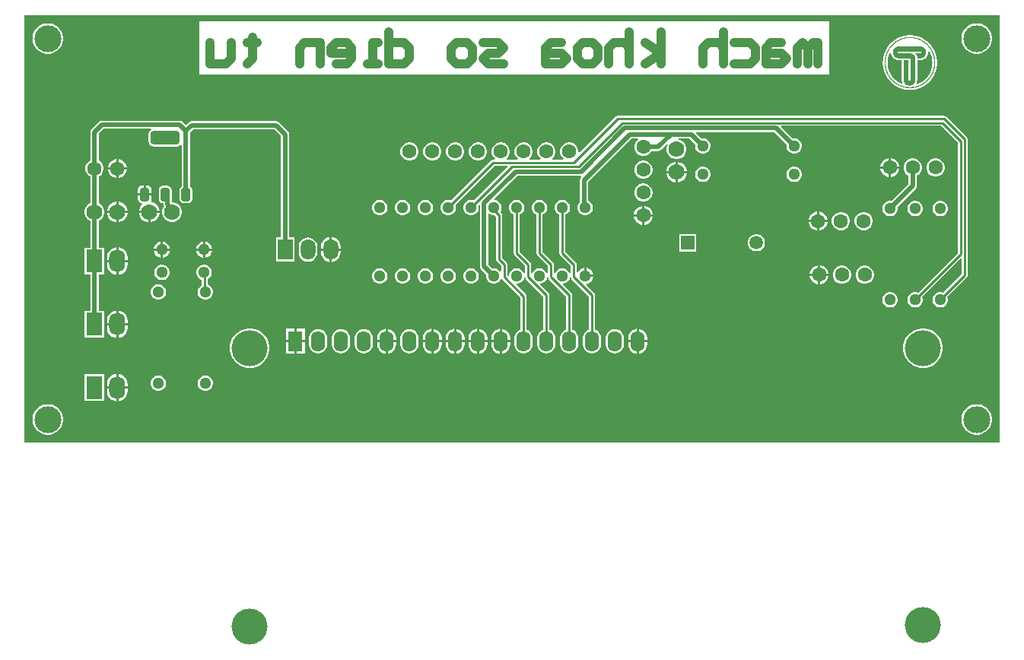
<source format=gtl>
G04*
G04 #@! TF.GenerationSoftware,Altium Limited,Altium Designer,21.9.2 (33)*
G04*
G04 Layer_Physical_Order=1*
G04 Layer_Color=255*
%FSTAX24Y24*%
%MOIN*%
G70*
G04*
G04 #@! TF.SameCoordinates,A68203B9-CA12-4FF3-9F36-A0A22A6ADD5B*
G04*
G04*
G04 #@! TF.FilePolarity,Positive*
G04*
G01*
G75*
%ADD13C,0.0100*%
G04:AMPARAMS|DCode=14|XSize=129.1mil|YSize=59.1mil|CornerRadius=14.8mil|HoleSize=0mil|Usage=FLASHONLY|Rotation=180.000|XOffset=0mil|YOffset=0mil|HoleType=Round|Shape=RoundedRectangle|*
%AMROUNDEDRECTD14*
21,1,0.1291,0.0295,0,0,180.0*
21,1,0.0996,0.0591,0,0,180.0*
1,1,0.0295,-0.0498,0.0148*
1,1,0.0295,0.0498,0.0148*
1,1,0.0295,0.0498,-0.0148*
1,1,0.0295,-0.0498,-0.0148*
%
%ADD14ROUNDEDRECTD14*%
G04:AMPARAMS|DCode=15|XSize=39.4mil|YSize=59.1mil|CornerRadius=9.8mil|HoleSize=0mil|Usage=FLASHONLY|Rotation=180.000|XOffset=0mil|YOffset=0mil|HoleType=Round|Shape=RoundedRectangle|*
%AMROUNDEDRECTD15*
21,1,0.0394,0.0394,0,0,180.0*
21,1,0.0197,0.0591,0,0,180.0*
1,1,0.0197,-0.0098,0.0197*
1,1,0.0197,0.0098,0.0197*
1,1,0.0197,0.0098,-0.0197*
1,1,0.0197,-0.0098,-0.0197*
%
%ADD15ROUNDEDRECTD15*%
%ADD24C,0.0591*%
%ADD33C,0.0197*%
%ADD34C,0.0394*%
%ADD35C,0.0630*%
%ADD36C,0.1181*%
%ADD37C,0.0512*%
%ADD38R,0.0700X0.1000*%
%ADD39O,0.0700X0.1000*%
%ADD40C,0.0700*%
%ADD41R,0.0591X0.0591*%
%ADD42R,0.0650X0.0900*%
%ADD43O,0.0650X0.0900*%
%ADD44C,0.1575*%
%ADD45R,0.0620X0.0900*%
%ADD46O,0.0620X0.0900*%
G36*
X063474Y010731D02*
X020727D01*
X020727Y029463D01*
X063474D01*
Y010731D01*
D02*
G37*
%LPC*%
G36*
X062516Y029124D02*
X062384D01*
X062255Y029098D01*
X062133Y029047D01*
X062023Y028974D01*
X06193Y028881D01*
X061857Y028771D01*
X061806Y02865D01*
X061781Y02852D01*
Y028388D01*
X061806Y028259D01*
X061857Y028137D01*
X06193Y028028D01*
X062023Y027934D01*
X062133Y027861D01*
X062255Y027811D01*
X062384Y027785D01*
X062516D01*
X062645Y027811D01*
X062767Y027861D01*
X062877Y027934D01*
X06297Y028028D01*
X063043Y028137D01*
X063094Y028259D01*
X063119Y028388D01*
Y02852D01*
X063094Y02865D01*
X063043Y028771D01*
X06297Y028881D01*
X062877Y028974D01*
X062767Y029047D01*
X062645Y029098D01*
X062516Y029124D01*
D02*
G37*
G36*
X021816D02*
X021684D01*
X021555Y029098D01*
X021433Y029047D01*
X021323Y028974D01*
X02123Y028881D01*
X021157Y028771D01*
X021106Y02865D01*
X021081Y02852D01*
Y028388D01*
X021106Y028259D01*
X021157Y028137D01*
X02123Y028028D01*
X021323Y027934D01*
X021433Y027861D01*
X021555Y027811D01*
X021684Y027785D01*
X021816D01*
X021945Y027811D01*
X022067Y027861D01*
X022177Y027934D01*
X02227Y028028D01*
X022343Y028137D01*
X022394Y028259D01*
X022419Y028388D01*
Y02852D01*
X022394Y02865D01*
X022343Y028771D01*
X02227Y028881D01*
X022177Y028974D01*
X022067Y029047D01*
X021945Y029098D01*
X021816Y029124D01*
D02*
G37*
G36*
X055979Y029198D02*
X028402D01*
Y026876D01*
X055979D01*
Y029198D01*
D02*
G37*
G36*
X059591Y028599D02*
X059463D01*
X059445Y028595D01*
X059415D01*
X059396Y028592D01*
X059388D01*
X059369Y028588D01*
X059362D01*
X059343Y028584D01*
X059339D01*
X05932Y02858D01*
X059317D01*
X059286Y028574D01*
X059286Y028574D01*
X059267Y02857D01*
X059267Y02857D01*
X059248Y028567D01*
X059247Y028566D01*
X059233Y028563D01*
X059232Y028562D01*
X059218Y028559D01*
X059217Y028558D01*
X059203Y028555D01*
X059202Y028554D01*
X059188Y028552D01*
X059185Y028549D01*
X059177Y028548D01*
X059174Y028546D01*
X059166Y028544D01*
X059162Y028542D01*
X059154Y02854D01*
X059151Y028538D01*
X059143Y028537D01*
X05914Y028534D01*
X059132Y028533D01*
X059129Y028531D01*
X059121Y028529D01*
X059116Y028526D01*
X059113Y028525D01*
X05911Y028523D01*
X059102Y028522D01*
X059097Y028518D01*
X059094Y028518D01*
X059091Y028516D01*
X059083Y028514D01*
X059078Y028511D01*
X059075Y02851D01*
X059072Y028508D01*
X059064Y028507D01*
X059059Y028503D01*
X059057Y028503D01*
X059052Y0285D01*
X059049Y028499D01*
X059044Y028496D01*
X059042Y028495D01*
X059037Y028492D01*
X059034Y028491D01*
X059031Y028489D01*
X059023Y028488D01*
X059018Y028484D01*
X059015Y028484D01*
X05901Y028481D01*
X059008Y02848D01*
X059003Y028477D01*
X059Y028476D01*
X058995Y028473D01*
X058993Y028473D01*
X058988Y028469D01*
X058985Y028469D01*
X05898Y028466D01*
X058978Y028465D01*
X058973Y028462D01*
X05897Y028461D01*
X058959Y028454D01*
X058959Y028454D01*
X058954Y028451D01*
X058951Y02845D01*
X05894Y028443D01*
X05894Y028443D01*
X058935Y028439D01*
X058932Y028439D01*
X058921Y028431D01*
X058921Y028431D01*
X058916Y028428D01*
X058914Y028428D01*
X058902Y02842D01*
X058902Y02842D01*
X058891Y028412D01*
X058891Y028412D01*
X05888Y028405D01*
X05888Y028405D01*
X058868Y028397D01*
X058868Y028397D01*
X058857Y02839D01*
X058857Y02839D01*
X058846Y028382D01*
X058846Y028382D01*
X05882Y028365D01*
X058818Y028363D01*
X058805Y028354D01*
X058803Y028351D01*
X058801Y02835D01*
X0588Y028348D01*
X058786Y028339D01*
X058784Y028336D01*
X058782Y028335D01*
X058781Y028333D01*
X058767Y028324D01*
X058766Y028321D01*
X058763Y02832D01*
X058762Y028318D01*
X05876Y028316D01*
X058758Y028314D01*
X058756Y028312D01*
X058754Y02831D01*
X058741Y028301D01*
X058739Y028299D01*
X058737Y028297D01*
X058736Y028295D01*
X058733Y028293D01*
X058732Y028291D01*
X05873Y02829D01*
X058728Y028287D01*
X058726Y028286D01*
X058724Y028284D01*
X058722Y028282D01*
X058721Y02828D01*
X058718Y028278D01*
X058717Y028276D01*
X058714Y028275D01*
X058713Y028272D01*
X058711Y028271D01*
X058709Y028269D01*
X058707Y028267D01*
X058705Y028265D01*
X058703Y028263D01*
X058702Y028261D01*
X058699Y02826D01*
X058698Y028257D01*
X058696Y028256D01*
X058694Y028254D01*
X058692Y028252D01*
X05869Y02825D01*
X058688Y028248D01*
X058687Y028246D01*
X058684Y028245D01*
X058683Y028242D01*
X058681Y028241D01*
X058679Y028239D01*
X058677Y028237D01*
X058675Y028235D01*
X058673Y028233D01*
X058672Y028231D01*
X058669Y02823D01*
X058668Y028227D01*
X058666Y028226D01*
X058664Y028224D01*
X058662Y028222D01*
X05866Y02822D01*
X058658Y028218D01*
X058657Y028216D01*
X058654Y028214D01*
X058653Y028212D01*
X058651Y028211D01*
X058649Y028208D01*
X058647Y028207D01*
X058638Y028193D01*
X058636Y028192D01*
X058634Y02819D01*
X058632Y028188D01*
X05863Y028186D01*
X058628Y028184D01*
X058626Y028182D01*
X058624Y028181D01*
X058623Y028178D01*
X05862Y028177D01*
X058611Y028163D01*
X058609Y028162D01*
X058608Y02816D01*
X058605Y028158D01*
X058596Y028144D01*
X058594Y028143D01*
X058593Y028141D01*
X05859Y028139D01*
X058574Y028114D01*
X058572Y028113D01*
X058554Y028087D01*
X058554Y028087D01*
X058547Y028076D01*
X058547Y028076D01*
X058539Y028064D01*
X058539Y028064D01*
X058532Y028053D01*
X058532Y028053D01*
X058524Y028042D01*
X058524Y028042D01*
X058517Y02803D01*
X058517Y02803D01*
X058509Y028019D01*
X058508Y028016D01*
X058505Y028012D01*
X058505Y028012D01*
X058498Y028D01*
X058497Y027998D01*
X058494Y027993D01*
X058493Y02799D01*
X05849Y027985D01*
X05849Y027985D01*
X058483Y027974D01*
X058482Y027971D01*
X058479Y027966D01*
X058478Y027964D01*
X058475Y027959D01*
X058475Y027956D01*
X058471Y027951D01*
X058471Y027949D01*
X058468Y027944D01*
X058467Y027941D01*
X058464Y027936D01*
X058463Y027934D01*
X05846Y027929D01*
X05846Y027926D01*
X058456Y027921D01*
X058456Y027919D01*
X058453Y027914D01*
X058452Y027911D01*
X058449Y027906D01*
X058448Y027904D01*
X058445Y027899D01*
X058443Y027891D01*
X058441Y027887D01*
X058441Y027885D01*
X058438Y02788D01*
X058437Y027877D01*
X058434Y027872D01*
X058433Y02787D01*
X05843Y027865D01*
X058428Y027857D01*
X058426Y027854D01*
X058426Y027851D01*
X058422Y027846D01*
X058421Y027838D01*
X058419Y027835D01*
X058417Y027827D01*
X058415Y027824D01*
X058414Y027821D01*
X058411Y027816D01*
X05841Y027808D01*
X058407Y027805D01*
X058406Y027797D01*
X058404Y027793D01*
X058402Y027785D01*
X0584Y027782D01*
X058398Y027774D01*
X058396Y027771D01*
X058395Y027763D01*
X058392Y02776D01*
X05839Y027746D01*
X058389Y027745D01*
X058387Y027736D01*
X058385Y027733D01*
X058382Y02772D01*
X058381Y027718D01*
X058378Y027705D01*
X058377Y027703D01*
X058375Y02769D01*
X058374Y027688D01*
X058371Y027675D01*
X05837Y027673D01*
X058366Y027654D01*
X058366Y027654D01*
X058362Y027635D01*
X058362Y027635D01*
X058356Y027605D01*
Y027601D01*
X058352Y027582D01*
Y027575D01*
X058349Y027556D01*
Y027548D01*
X058345Y027529D01*
Y027507D01*
X058341Y027488D01*
Y027308D01*
X058345Y027289D01*
Y027266D01*
X058349Y027247D01*
Y02724D01*
X058352Y027221D01*
Y027213D01*
X058356Y027195D01*
Y027191D01*
X058362Y02716D01*
X058362Y02716D01*
X058366Y027141D01*
X058366Y027141D01*
X05837Y027123D01*
X058371Y027121D01*
X058374Y027107D01*
X058375Y027106D01*
X058377Y027092D01*
X058378Y027091D01*
X058381Y027077D01*
X058382Y027076D01*
X058385Y027062D01*
X058387Y027059D01*
X058389Y027051D01*
X05839Y027049D01*
X058392Y027036D01*
X058395Y027033D01*
X058396Y027025D01*
X058398Y027021D01*
X0584Y027013D01*
X058402Y02701D01*
X058404Y027002D01*
X058406Y026999D01*
X058407Y026991D01*
X05841Y026988D01*
X058411Y02698D01*
X058414Y026975D01*
X058415Y026972D01*
X058417Y026969D01*
X058419Y026961D01*
X058422Y026956D01*
X058422Y026953D01*
X058425Y02695D01*
X058426Y026942D01*
X058429Y026937D01*
X05843Y026934D01*
X058432Y026931D01*
X058434Y026923D01*
X058437Y026918D01*
X058438Y026916D01*
X058441Y026911D01*
X058441Y026908D01*
X058443Y026905D01*
X058445Y026897D01*
X058448Y026892D01*
X058449Y026889D01*
X058452Y026884D01*
X058453Y026882D01*
X058456Y026877D01*
X058456Y026874D01*
X05846Y026869D01*
X05846Y026867D01*
X058463Y026862D01*
X058464Y026859D01*
X058467Y026854D01*
X058468Y026852D01*
X058471Y026847D01*
X058471Y026844D01*
X058475Y026839D01*
X058475Y026837D01*
X058478Y026832D01*
X058479Y026829D01*
X058482Y026824D01*
X058483Y026822D01*
X05849Y02681D01*
X05849Y02681D01*
X058493Y026805D01*
X058494Y026803D01*
X058497Y026798D01*
X058498Y026795D01*
X058505Y026784D01*
X058505Y026784D01*
X058508Y026779D01*
X058509Y026776D01*
X058517Y026765D01*
X058517Y026765D01*
X05852Y02676D01*
X05852Y026758D01*
X058528Y026746D01*
X058528Y026746D01*
X058545Y02672D01*
X058547Y026719D01*
X058554Y026709D01*
X058554Y026709D01*
X058562Y026697D01*
X058562Y026697D01*
X058579Y026671D01*
X058581Y02667D01*
X05859Y026656D01*
X058593Y026655D01*
X058594Y026653D01*
X058596Y026651D01*
X058605Y026638D01*
X058608Y026636D01*
X058609Y026634D01*
X058611Y026632D01*
X05862Y026619D01*
X058623Y026617D01*
X058624Y026615D01*
X058626Y026613D01*
X058628Y026611D01*
X05863Y02661D01*
X058639Y026596D01*
X058642Y026595D01*
X058643Y026592D01*
X058645Y026591D01*
X058647Y026589D01*
X058649Y026587D01*
X058651Y026585D01*
X058653Y026583D01*
X058654Y026581D01*
X058657Y02658D01*
X058658Y026577D01*
X05866Y026576D01*
X058662Y026574D01*
X058664Y026572D01*
X058666Y02657D01*
X058668Y026568D01*
X058669Y026566D01*
X058672Y026565D01*
X058673Y026562D01*
X058675Y026561D01*
X058677Y026559D01*
X058679Y026557D01*
X058681Y026555D01*
X058683Y026553D01*
X058684Y026551D01*
X058687Y026549D01*
X058688Y026547D01*
X05869Y026546D01*
X058692Y026543D01*
X058694Y026542D01*
X058696Y02654D01*
X058698Y026538D01*
X058699Y026536D01*
X058702Y026534D01*
X058703Y026532D01*
X058705Y026531D01*
X058707Y026528D01*
X058709Y026527D01*
X058711Y026525D01*
X058713Y026523D01*
X058714Y026521D01*
X058717Y026519D01*
X058718Y026517D01*
X058721Y026516D01*
X058722Y026513D01*
X058724Y026512D01*
X058726Y02651D01*
X058728Y026508D01*
X05873Y026506D01*
X058732Y026504D01*
X058733Y026502D01*
X058736Y026501D01*
X058737Y026498D01*
X058739Y026497D01*
X058741Y026495D01*
X058754Y026486D01*
X058756Y026483D01*
X058758Y026482D01*
X05876Y02648D01*
X058762Y026478D01*
X058763Y026476D01*
X058777Y026467D01*
X058778Y026464D01*
X058781Y026463D01*
X058782Y026461D01*
X058784Y026459D01*
X058786Y026457D01*
X0588Y026448D01*
X058801Y026446D01*
X058815Y026437D01*
X058816Y026434D01*
X05883Y026425D01*
X058831Y026423D01*
X058857Y026406D01*
X058857Y026406D01*
X058867Y026399D01*
X058869Y026397D01*
X058895Y026379D01*
X058897Y026379D01*
X058902Y026376D01*
X058902Y026376D01*
X058914Y026368D01*
X058916Y026368D01*
X058921Y026364D01*
X058921Y026364D01*
X058932Y026357D01*
X058935Y026356D01*
X05894Y026353D01*
X058943Y026352D01*
X058947Y026349D01*
X058947Y026349D01*
X058959Y026342D01*
X058961Y026341D01*
X058966Y026338D01*
X058969Y026337D01*
X058974Y026334D01*
X058976Y026334D01*
X058981Y02633D01*
X058984Y02633D01*
X058989Y026327D01*
X058992Y026326D01*
X058996Y026323D01*
X058996Y026323D01*
X059008Y026315D01*
X05901Y026315D01*
X059015Y026312D01*
X059018Y026311D01*
X059023Y026308D01*
X059031Y026306D01*
X059034Y026304D01*
X059037Y026304D01*
X059042Y0263D01*
X059044Y0263D01*
X059049Y026297D01*
X059052Y026296D01*
X059057Y026293D01*
X059065Y026291D01*
X059068Y026289D01*
X059071Y026289D01*
X059075Y026285D01*
X059083Y026284D01*
X059087Y026282D01*
X059089Y026281D01*
X059094Y026278D01*
X059102Y026276D01*
X059105Y026274D01*
X059108Y026273D01*
X059113Y02627D01*
X059121Y026269D01*
X059124Y026267D01*
X059132Y026265D01*
X059136Y026263D01*
X059144Y026261D01*
X059147Y026259D01*
X059155Y026257D01*
X059158Y026255D01*
X059166Y026254D01*
X059169Y026251D01*
X059177Y02625D01*
X059181Y026248D01*
X059189Y026246D01*
X059192Y026244D01*
X059205Y026241D01*
X059207Y02624D01*
X05922Y026237D01*
X059222Y026236D01*
X059235Y026234D01*
X059237Y026233D01*
X059245Y026231D01*
X059248Y026229D01*
X059267Y026225D01*
X059267Y026225D01*
X059298Y026219D01*
X059302D01*
X059309Y026218D01*
X059309Y026218D01*
X059339Y026211D01*
X059343D01*
X059362Y026208D01*
X059366D01*
X059384Y026204D01*
X059399D01*
X059418Y0262D01*
X05946D01*
X059479Y026196D01*
X059576D01*
X059595Y0262D01*
X059637D01*
X059655Y026204D01*
X05967D01*
X059689Y026208D01*
X059693D01*
X059712Y026211D01*
X059716D01*
X059746Y026218D01*
X059746Y026218D01*
X059765Y026221D01*
X059765Y026221D01*
X059772Y026223D01*
X059776D01*
X059806Y026229D01*
X059808Y02623D01*
X059821Y026233D01*
X059825Y026235D01*
X059833Y026236D01*
X059834Y026237D01*
X059848Y02624D01*
X059849Y026241D01*
X059863Y026244D01*
X059866Y026246D01*
X059874Y026248D01*
X059877Y02625D01*
X059885Y026251D01*
X059889Y026254D01*
X059897Y026255D01*
X0599Y026257D01*
X059908Y026259D01*
X059911Y026261D01*
X059919Y026263D01*
X059923Y026265D01*
X059931Y026267D01*
X059934Y026269D01*
X059942Y02627D01*
X059945Y026272D01*
X059953Y026274D01*
X059958Y026277D01*
X059961Y026278D01*
X059964Y02628D01*
X059972Y026282D01*
X059977Y026285D01*
X059979Y026285D01*
X059984Y026289D01*
X059987Y026289D01*
X05999Y026291D01*
X059998Y026293D01*
X060003Y026296D01*
X060006Y026297D01*
X060011Y0263D01*
X060013Y0263D01*
X060018Y026304D01*
X060021Y026304D01*
X060024Y026306D01*
X060032Y026308D01*
X060037Y026311D01*
X06004Y026312D01*
X060051Y026319D01*
X060051Y026319D01*
X060056Y026322D01*
X060058Y026323D01*
X060063Y026326D01*
X060066Y026327D01*
X060071Y02633D01*
X060074Y02633D01*
X060078Y026334D01*
X060081Y026334D01*
X060086Y026337D01*
X060089Y026338D01*
X060093Y026341D01*
X060096Y026342D01*
X060107Y026349D01*
X060107Y026349D01*
X060112Y026352D01*
X060115Y026353D01*
X06012Y026356D01*
X060122Y026357D01*
X060134Y026364D01*
X060134Y026364D01*
X060139Y026368D01*
X060141Y026368D01*
X060153Y026376D01*
X060153Y026376D01*
X060157Y026379D01*
X06016Y026379D01*
X060186Y026397D01*
X060188Y026399D01*
X060198Y026406D01*
X060198Y026406D01*
X060224Y026423D01*
X060225Y026425D01*
X060239Y026434D01*
X06024Y026437D01*
X060254Y026446D01*
X060255Y026448D01*
X060269Y026457D01*
X06027Y026459D01*
X060273Y026461D01*
X060274Y026463D01*
X060276Y026464D01*
X060278Y026467D01*
X060291Y026476D01*
X060293Y026478D01*
X060295Y02648D01*
X060297Y026482D01*
X060299Y026483D01*
X0603Y026486D01*
X060303Y026487D01*
X060304Y026489D01*
X060318Y026498D01*
X060319Y026501D01*
X060322Y026502D01*
X060323Y026504D01*
X060325Y026506D01*
X060327Y026508D01*
X060329Y02651D01*
X060331Y026512D01*
X060333Y026513D01*
X060334Y026516D01*
X060337Y026517D01*
X060338Y026519D01*
X06034Y026521D01*
X060342Y026523D01*
X060344Y026525D01*
X060346Y026527D01*
X060348Y026528D01*
X060349Y026531D01*
X060352Y026532D01*
X060353Y026534D01*
X060355Y026536D01*
X060357Y026538D01*
X060359Y02654D01*
X060361Y026542D01*
X060363Y026543D01*
X060364Y026546D01*
X060367Y026547D01*
X060368Y026549D01*
X06037Y026551D01*
X060372Y026553D01*
X060374Y026555D01*
X060376Y026557D01*
X060378Y026559D01*
X060379Y026561D01*
X060382Y026562D01*
X060383Y026565D01*
X060385Y026566D01*
X060387Y026568D01*
X060389Y02657D01*
X060391Y026572D01*
X060393Y026574D01*
X060395Y026576D01*
X060397Y026577D01*
X060398Y02658D01*
X060401Y026581D01*
X060402Y026583D01*
X060404Y026585D01*
X060406Y026587D01*
X060408Y026589D01*
X06041Y026591D01*
X060412Y026592D01*
X060421Y026606D01*
X060423Y026607D01*
X060425Y02661D01*
X060427Y026611D01*
X060428Y026613D01*
X060431Y026615D01*
X060432Y026617D01*
X060434Y026619D01*
X060443Y026632D01*
X060446Y026634D01*
X060447Y026636D01*
X060449Y026638D01*
X060459Y026651D01*
X060461Y026653D01*
X06047Y026666D01*
X060472Y026668D01*
X060474Y02667D01*
X060476Y026671D01*
X060493Y026697D01*
X060493Y026697D01*
X060501Y026709D01*
X060501Y026709D01*
X060507Y026719D01*
X06051Y02672D01*
X060527Y026746D01*
X060527Y026746D01*
X060535Y026758D01*
X060535Y02676D01*
X060538Y026765D01*
X060538Y026765D01*
X060546Y026776D01*
X060546Y026779D01*
X06055Y026784D01*
X06055Y026784D01*
X060557Y026795D01*
X060558Y026798D01*
X060561Y026803D01*
X060561Y026805D01*
X060565Y02681D01*
X060565Y02681D01*
X060572Y026822D01*
X060573Y026824D01*
X060576Y026829D01*
X060576Y026832D01*
X06058Y026837D01*
X06058Y026839D01*
X060583Y026844D01*
X060584Y026847D01*
X060587Y026852D01*
X060588Y026854D01*
X060591Y026859D01*
X060592Y026862D01*
X060595Y026867D01*
X060595Y026869D01*
X060599Y026874D01*
X060599Y026877D01*
X060602Y026882D01*
X060603Y026884D01*
X060606Y026889D01*
X060607Y026892D01*
X06061Y026897D01*
X060611Y026905D01*
X060614Y026908D01*
X060614Y026911D01*
X060617Y026916D01*
X060618Y026918D01*
X060621Y026923D01*
X060623Y026931D01*
X060625Y026934D01*
X060625Y026937D01*
X060629Y026942D01*
X06063Y02695D01*
X060632Y026953D01*
X060633Y026956D01*
X060636Y026961D01*
X060638Y026969D01*
X06064Y026972D01*
X06064Y026975D01*
X060644Y02698D01*
X060645Y026988D01*
X060647Y026991D01*
X060649Y026999D01*
X060651Y027002D01*
X060653Y02701D01*
X060655Y027013D01*
X060657Y027021D01*
X060659Y027025D01*
X06066Y027033D01*
X060662Y027036D01*
X060665Y027049D01*
X060666Y027051D01*
X060668Y027059D01*
X06067Y027062D01*
X060673Y027076D01*
X060674Y027077D01*
X060676Y027091D01*
X060678Y027092D01*
X06068Y027106D01*
X060681Y027107D01*
X060684Y027121D01*
X060685Y027123D01*
X060689Y027141D01*
X060689Y027141D01*
X060693Y02716D01*
X060693Y02716D01*
X060699Y027191D01*
Y027195D01*
X060702Y027213D01*
Y027221D01*
X060706Y02724D01*
Y027251D01*
X06071Y02727D01*
Y027289D01*
X060714Y027308D01*
Y027488D01*
X06071Y027507D01*
Y027526D01*
X060706Y027545D01*
Y027556D01*
X060702Y027575D01*
Y027582D01*
X060699Y027601D01*
Y027605D01*
X060693Y027635D01*
X060693Y027635D01*
X060689Y027654D01*
X060688Y027656D01*
X060685Y027669D01*
X060685Y027669D01*
X060681Y027688D01*
X06068Y02769D01*
X060678Y027703D01*
X060676Y027705D01*
X060674Y027718D01*
X060673Y02772D01*
X06067Y027733D01*
X060668Y027736D01*
X060666Y027745D01*
X060665Y027746D01*
X060662Y02776D01*
X06066Y027763D01*
X060659Y027771D01*
X060657Y027774D01*
X060655Y027782D01*
X060653Y027785D01*
X060651Y027793D01*
X060649Y027797D01*
X060647Y027805D01*
X060645Y027808D01*
X060644Y027816D01*
X06064Y027821D01*
X06064Y027824D01*
X060638Y027827D01*
X060636Y027835D01*
X060634Y027838D01*
X060632Y027846D01*
X060629Y027851D01*
X060629Y027854D01*
X060625Y027858D01*
X060625Y027861D01*
X060623Y027864D01*
X060621Y027872D01*
X060618Y027877D01*
X060617Y02788D01*
X060614Y027885D01*
X060614Y027887D01*
X060611Y027891D01*
X06061Y027899D01*
X060607Y027904D01*
X060606Y027906D01*
X060603Y027911D01*
X060602Y027914D01*
X060599Y027919D01*
X060599Y027921D01*
X060595Y027926D01*
X060595Y027929D01*
X060592Y027934D01*
X060591Y027936D01*
X060588Y027941D01*
X060587Y027944D01*
X060584Y027949D01*
X060583Y027951D01*
X06058Y027956D01*
X06058Y027959D01*
X060576Y027964D01*
X060576Y027966D01*
X060573Y027971D01*
X060572Y027974D01*
X060565Y027985D01*
X060565Y027985D01*
X060561Y02799D01*
X060561Y027993D01*
X060558Y027998D01*
X060557Y028D01*
X06055Y028012D01*
X06055Y028012D01*
X060546Y028016D01*
X060546Y028019D01*
X060538Y02803D01*
X060538Y02803D01*
X060531Y028042D01*
X060531Y028042D01*
X060523Y028053D01*
X060523Y028053D01*
X060516Y028064D01*
X060516Y028064D01*
X060508Y028076D01*
X060508Y028076D01*
X060501Y028087D01*
X060501Y028087D01*
X060483Y028113D01*
X060481Y028114D01*
X060465Y028139D01*
X060462Y028141D01*
X060461Y028143D01*
X060459Y028144D01*
X060449Y028158D01*
X060447Y02816D01*
X060446Y028162D01*
X060443Y028163D01*
X060434Y028177D01*
X060432Y028178D01*
X060431Y028181D01*
X060428Y028182D01*
X060427Y028184D01*
X060425Y028186D01*
X060423Y028188D01*
X060421Y02819D01*
X060419Y028192D01*
X060417Y028193D01*
X060408Y028207D01*
X060406Y028208D01*
X060404Y028211D01*
X060402Y028212D01*
X060401Y028214D01*
X060398Y028216D01*
X060397Y028218D01*
X060395Y02822D01*
X060393Y028222D01*
X060391Y028224D01*
X060389Y028226D01*
X060387Y028227D01*
X060385Y02823D01*
X060383Y028231D01*
X060382Y028233D01*
X060379Y028235D01*
X060378Y028237D01*
X060376Y028239D01*
X060374Y028241D01*
X060372Y028242D01*
X06037Y028245D01*
X060368Y028246D01*
X060367Y028248D01*
X060364Y02825D01*
X060363Y028252D01*
X060361Y028254D01*
X060359Y028256D01*
X060357Y028257D01*
X060355Y02826D01*
X060353Y028261D01*
X060352Y028263D01*
X060349Y028265D01*
X060348Y028267D01*
X060346Y028269D01*
X060344Y028271D01*
X060342Y028272D01*
X06034Y028275D01*
X060338Y028276D01*
X060337Y028278D01*
X060334Y02828D01*
X060333Y028282D01*
X060331Y028284D01*
X060329Y028286D01*
X060327Y028287D01*
X060325Y02829D01*
X060323Y028291D01*
X060322Y028293D01*
X060319Y028295D01*
X060318Y028297D01*
X060316Y028299D01*
X060314Y028301D01*
X0603Y02831D01*
X060299Y028312D01*
X060297Y028314D01*
X060295Y028316D01*
X060293Y028318D01*
X060291Y02832D01*
X060278Y028329D01*
X060276Y028331D01*
X060274Y028333D01*
X060273Y028335D01*
X06027Y028336D01*
X060269Y028339D01*
X060255Y028348D01*
X060254Y02835D01*
X06024Y028359D01*
X060239Y028361D01*
X060225Y02837D01*
X060224Y028372D01*
X060198Y02839D01*
X060198Y02839D01*
X060186Y028397D01*
X060186Y028397D01*
X060175Y028405D01*
X060175Y028405D01*
X060164Y028412D01*
X060164Y028412D01*
X060153Y02842D01*
X060153Y02842D01*
X060141Y028428D01*
X060139Y028428D01*
X060134Y028431D01*
X060134Y028431D01*
X060122Y028439D01*
X06012Y028439D01*
X060115Y028443D01*
X060115Y028443D01*
X060104Y02845D01*
X060101Y028451D01*
X060096Y028454D01*
X060096Y028454D01*
X060085Y028461D01*
X060082Y028462D01*
X060077Y028465D01*
X060075Y028466D01*
X06007Y028469D01*
X060067Y028469D01*
X060062Y028473D01*
X06006Y028473D01*
X060055Y028476D01*
X060052Y028477D01*
X060047Y02848D01*
X060045Y028481D01*
X06004Y028484D01*
X060037Y028484D01*
X060032Y028488D01*
X060024Y028489D01*
X060021Y028491D01*
X060018Y028492D01*
X060013Y028495D01*
X060011Y028496D01*
X060006Y028499D01*
X060003Y0285D01*
X059998Y028503D01*
X059996Y028503D01*
X059991Y028507D01*
X059983Y028508D01*
X059979Y02851D01*
X059977Y028511D01*
X059972Y028514D01*
X059964Y028516D01*
X059961Y028518D01*
X059958Y028518D01*
X059953Y028522D01*
X059945Y028523D01*
X059942Y028525D01*
X059934Y028527D01*
X059931Y028529D01*
X059928Y02853D01*
X059923Y028533D01*
X059915Y028534D01*
X059912Y028537D01*
X059904Y028538D01*
X0599Y02854D01*
X059892Y028542D01*
X059889Y028544D01*
X059881Y028546D01*
X059878Y028548D01*
X05987Y028549D01*
X059867Y028552D01*
X059853Y028554D01*
X059852Y028555D01*
X059838Y028558D01*
X059837Y028559D01*
X059823Y028562D01*
X059821Y028563D01*
X059803Y028567D01*
X059803Y028567D01*
X059789Y028569D01*
X059788Y02857D01*
X059769Y028574D01*
X059769Y028574D01*
X059738Y02858D01*
X059734D01*
X059716Y028584D01*
X059712D01*
X059693Y028588D01*
X059686D01*
X059667Y028592D01*
X059659D01*
X05964Y028595D01*
X05961D01*
X059591Y028599D01*
D02*
G37*
G36*
X040652Y023898D02*
X040548D01*
X040448Y023871D01*
X040358Y023819D01*
X040285Y023746D01*
X040233Y023656D01*
X040206Y023556D01*
Y023453D01*
X040233Y023352D01*
X040285Y023263D01*
X040358Y023189D01*
X040448Y023137D01*
X040548Y023111D01*
X040652D01*
X040752Y023137D01*
X040842Y023189D01*
X040915Y023263D01*
X040967Y023352D01*
X040994Y023453D01*
Y023556D01*
X040967Y023656D01*
X040915Y023746D01*
X040842Y023819D01*
X040752Y023871D01*
X040652Y023898D01*
D02*
G37*
G36*
X039652D02*
X039548D01*
X039448Y023871D01*
X039358Y023819D01*
X039285Y023746D01*
X039233Y023656D01*
X039206Y023556D01*
Y023453D01*
X039233Y023352D01*
X039285Y023263D01*
X039358Y023189D01*
X039448Y023137D01*
X039548Y023111D01*
X039652D01*
X039752Y023137D01*
X039842Y023189D01*
X039915Y023263D01*
X039967Y023352D01*
X039994Y023453D01*
Y023556D01*
X039967Y023656D01*
X039915Y023746D01*
X039842Y023819D01*
X039752Y023871D01*
X039652Y023898D01*
D02*
G37*
G36*
X038652D02*
X038548D01*
X038448Y023871D01*
X038358Y023819D01*
X038285Y023746D01*
X038233Y023656D01*
X038206Y023556D01*
Y023453D01*
X038233Y023352D01*
X038285Y023263D01*
X038358Y023189D01*
X038448Y023137D01*
X038548Y023111D01*
X038652D01*
X038752Y023137D01*
X038842Y023189D01*
X038915Y023263D01*
X038967Y023352D01*
X038994Y023453D01*
Y023556D01*
X038967Y023656D01*
X038915Y023746D01*
X038842Y023819D01*
X038752Y023871D01*
X038652Y023898D01*
D02*
G37*
G36*
X037652D02*
X037548D01*
X037448Y023871D01*
X037358Y023819D01*
X037285Y023746D01*
X037233Y023656D01*
X037206Y023556D01*
Y023453D01*
X037233Y023352D01*
X037285Y023263D01*
X037358Y023189D01*
X037448Y023137D01*
X037548Y023111D01*
X037652D01*
X037752Y023137D01*
X037842Y023189D01*
X037915Y023263D01*
X037967Y023352D01*
X037994Y023453D01*
Y023556D01*
X037967Y023656D01*
X037915Y023746D01*
X037842Y023819D01*
X037752Y023871D01*
X037652Y023898D01*
D02*
G37*
G36*
X058705Y023215D02*
X0587D01*
Y02285D01*
X059065D01*
Y022855D01*
X059037Y02296D01*
X058982Y023055D01*
X058905Y023132D01*
X05881Y023187D01*
X058705Y023215D01*
D02*
G37*
G36*
X0586D02*
X058595D01*
X05849Y023187D01*
X058395Y023132D01*
X058318Y023055D01*
X058263Y02296D01*
X058235Y022855D01*
Y02285D01*
X0586D01*
Y023215D01*
D02*
G37*
G36*
X024855Y023169D02*
X02485D01*
Y022804D01*
X025215D01*
Y022809D01*
X025187Y022915D01*
X025132Y023009D01*
X025055Y023086D01*
X02496Y023141D01*
X024855Y023169D01*
D02*
G37*
G36*
X02475D02*
X024745D01*
X02464Y023141D01*
X024545Y023086D01*
X024468Y023009D01*
X024413Y022915D01*
X024385Y022809D01*
Y022804D01*
X02475D01*
Y023169D01*
D02*
G37*
G36*
X049359Y02305D02*
X04935D01*
Y02265D01*
X04975D01*
Y022659D01*
X049719Y022774D01*
X04966Y022876D01*
X049576Y02296D01*
X049474Y023019D01*
X049359Y02305D01*
D02*
G37*
G36*
X04925D02*
X049241D01*
X049126Y023019D01*
X049024Y02296D01*
X04894Y022876D01*
X048881Y022774D01*
X04885Y022659D01*
Y02265D01*
X04925D01*
Y02305D01*
D02*
G37*
G36*
X060702Y023194D02*
X060598D01*
X060498Y023167D01*
X060408Y023115D01*
X060335Y023042D01*
X060283Y022952D01*
X060256Y022852D01*
Y022748D01*
X060283Y022648D01*
X060335Y022558D01*
X060408Y022485D01*
X060498Y022433D01*
X060598Y022406D01*
X060702D01*
X060802Y022433D01*
X060892Y022485D01*
X060965Y022558D01*
X061017Y022648D01*
X061044Y022748D01*
Y022852D01*
X061017Y022952D01*
X060965Y023042D01*
X060892Y023115D01*
X060802Y023167D01*
X060702Y023194D01*
D02*
G37*
G36*
X059065Y02275D02*
X0587D01*
Y022385D01*
X058705D01*
X05881Y022413D01*
X058905Y022468D01*
X058982Y022545D01*
X059037Y02264D01*
X059065Y022745D01*
Y02275D01*
D02*
G37*
G36*
X0586D02*
X058235D01*
Y022745D01*
X058263Y02264D01*
X058318Y022545D01*
X058395Y022468D01*
X05849Y022413D01*
X058595Y022385D01*
X0586D01*
Y02275D01*
D02*
G37*
G36*
X025215Y022704D02*
X02485D01*
Y022339D01*
X024855D01*
X02496Y022368D01*
X025055Y022422D01*
X025132Y0225D01*
X025187Y022594D01*
X025215Y0227D01*
Y022704D01*
D02*
G37*
G36*
X02475D02*
X024385D01*
Y0227D01*
X024413Y022594D01*
X024468Y0225D01*
X024545Y022422D01*
X02464Y022368D01*
X024745Y022339D01*
X02475D01*
Y022704D01*
D02*
G37*
G36*
X047902Y023098D02*
X047798D01*
X047698Y023071D01*
X047608Y023019D01*
X047535Y022946D01*
X047483Y022856D01*
X047456Y022756D01*
Y022653D01*
X047483Y022552D01*
X047535Y022463D01*
X047608Y022389D01*
X047698Y022337D01*
X047798Y022311D01*
X047902D01*
X048002Y022337D01*
X048092Y022389D01*
X048165Y022463D01*
X048217Y022552D01*
X048244Y022653D01*
Y022756D01*
X048217Y022856D01*
X048165Y022946D01*
X048092Y023019D01*
X048002Y023071D01*
X047902Y023098D01*
D02*
G37*
G36*
X054494Y022835D02*
X054406D01*
X054321Y022812D01*
X054245Y022768D01*
X054182Y022705D01*
X054138Y022629D01*
X054115Y022544D01*
Y022456D01*
X054138Y022371D01*
X054182Y022295D01*
X054245Y022232D01*
X054321Y022188D01*
X054406Y022165D01*
X054494D01*
X054579Y022188D01*
X054655Y022232D01*
X054718Y022295D01*
X054762Y022371D01*
X054785Y022456D01*
Y022544D01*
X054762Y022629D01*
X054718Y022705D01*
X054655Y022768D01*
X054579Y022812D01*
X054494Y022835D01*
D02*
G37*
G36*
X050494D02*
X050406D01*
X050321Y022812D01*
X050245Y022768D01*
X050182Y022705D01*
X050138Y022629D01*
X050115Y022544D01*
Y022456D01*
X050138Y022371D01*
X050182Y022295D01*
X050245Y022232D01*
X050321Y022188D01*
X050406Y022165D01*
X050494D01*
X050579Y022188D01*
X050655Y022232D01*
X050718Y022295D01*
X050762Y022371D01*
X050785Y022456D01*
Y022544D01*
X050762Y022629D01*
X050718Y022705D01*
X050655Y022768D01*
X050579Y022812D01*
X050494Y022835D01*
D02*
G37*
G36*
X04975Y02255D02*
X04935D01*
Y02215D01*
X049359D01*
X049474Y022181D01*
X049576Y02224D01*
X04966Y022324D01*
X049719Y022426D01*
X04975Y022541D01*
Y02255D01*
D02*
G37*
G36*
X04925D02*
X04885D01*
Y022541D01*
X048881Y022426D01*
X04894Y022324D01*
X049024Y02224D01*
X049126Y022181D01*
X049241Y02215D01*
X04925D01*
Y02255D01*
D02*
G37*
G36*
X026093Y022019D02*
X026044D01*
Y02167D01*
X026295D01*
Y021817D01*
X02628Y021894D01*
X026236Y02196D01*
X02617Y022003D01*
X026093Y022019D01*
D02*
G37*
G36*
X025944D02*
X025896D01*
X025819Y022003D01*
X025753Y02196D01*
X025709Y021894D01*
X025694Y021817D01*
Y02167D01*
X025944D01*
Y022019D01*
D02*
G37*
G36*
X059702Y023194D02*
X059598D01*
X059498Y023167D01*
X059408Y023115D01*
X059335Y023042D01*
X059283Y022952D01*
X059256Y022852D01*
Y022748D01*
X059283Y022648D01*
X059335Y022558D01*
X059408Y022485D01*
X059469Y02245D01*
Y022075D01*
X058722Y021327D01*
X058694Y021335D01*
X058606D01*
X058521Y021312D01*
X058445Y021268D01*
X058382Y021205D01*
X058338Y021129D01*
X058315Y021044D01*
Y020956D01*
X058338Y020871D01*
X058382Y020795D01*
X058445Y020732D01*
X058521Y020688D01*
X058606Y020665D01*
X058694D01*
X058779Y020688D01*
X058855Y020732D01*
X058918Y020795D01*
X058962Y020871D01*
X058985Y020956D01*
Y021044D01*
X058977Y021072D01*
X059778Y021872D01*
X059817Y021931D01*
X059831Y022D01*
Y02245D01*
X059892Y022485D01*
X059965Y022558D01*
X060017Y022648D01*
X060044Y022748D01*
Y022852D01*
X060017Y022952D01*
X059965Y023042D01*
X059892Y023115D01*
X059802Y023167D01*
X059702Y023194D01*
D02*
G37*
G36*
X047902Y022098D02*
X047798D01*
X047698Y022071D01*
X047608Y022019D01*
X047535Y021946D01*
X047483Y021856D01*
X047456Y021756D01*
Y021653D01*
X047483Y021552D01*
X047535Y021463D01*
X047608Y021389D01*
X047698Y021337D01*
X047798Y021311D01*
X047902D01*
X048002Y021337D01*
X048092Y021389D01*
X048165Y021463D01*
X048217Y021552D01*
X048244Y021653D01*
Y021756D01*
X048217Y021856D01*
X048165Y021946D01*
X048092Y022019D01*
X048002Y022071D01*
X047902Y022098D01*
D02*
G37*
G36*
X024859Y0213D02*
X02485D01*
Y0209D01*
X02525D01*
Y020909D01*
X025219Y021024D01*
X02516Y021126D01*
X025076Y02121D01*
X024974Y021269D01*
X024859Y0213D01*
D02*
G37*
G36*
X026295Y02157D02*
X025994D01*
X025694D01*
Y021423D01*
X025709Y021345D01*
X025753Y02128D01*
X025819Y021236D01*
X025869Y021226D01*
X025885Y021172D01*
X02584Y021126D01*
X025781Y021024D01*
X02575Y020909D01*
Y0209D01*
X02665D01*
Y020909D01*
X026619Y021024D01*
X02656Y021126D01*
X026476Y02121D01*
X026374Y021269D01*
X026302Y021289D01*
X02628Y021345D01*
X026295Y021423D01*
Y02157D01*
D02*
G37*
G36*
X02475Y0213D02*
X024741D01*
X024626Y021269D01*
X024524Y02121D01*
X02444Y021126D01*
X024381Y021024D01*
X02435Y020909D01*
Y0209D01*
X02475D01*
Y0213D01*
D02*
G37*
G36*
X047905Y021119D02*
X0479D01*
Y020754D01*
X048265D01*
Y020759D01*
X048237Y020865D01*
X048182Y020959D01*
X048105Y021036D01*
X04801Y021091D01*
X047905Y021119D01*
D02*
G37*
G36*
X0478D02*
X047795D01*
X04769Y021091D01*
X047595Y021036D01*
X047518Y020959D01*
X047463Y020865D01*
X047435Y020759D01*
Y020754D01*
X0478D01*
Y021119D01*
D02*
G37*
G36*
X038344Y021385D02*
X038256D01*
X038171Y021362D01*
X038095Y021318D01*
X038032Y021255D01*
X037988Y021179D01*
X037965Y021094D01*
Y021006D01*
X037988Y020921D01*
X038032Y020845D01*
X038095Y020782D01*
X038171Y020738D01*
X038256Y020715D01*
X038344D01*
X038429Y020738D01*
X038505Y020782D01*
X038568Y020845D01*
X038612Y020921D01*
X038635Y021006D01*
Y021094D01*
X038612Y021179D01*
X038568Y021255D01*
X038505Y021318D01*
X038429Y021362D01*
X038344Y021385D01*
D02*
G37*
G36*
X037344D02*
X037256D01*
X037171Y021362D01*
X037095Y021318D01*
X037032Y021255D01*
X036988Y021179D01*
X036965Y021094D01*
Y021006D01*
X036988Y020921D01*
X037032Y020845D01*
X037095Y020782D01*
X037171Y020738D01*
X037256Y020715D01*
X037344D01*
X037429Y020738D01*
X037505Y020782D01*
X037568Y020845D01*
X037612Y020921D01*
X037635Y021006D01*
Y021094D01*
X037612Y021179D01*
X037568Y021255D01*
X037505Y021318D01*
X037429Y021362D01*
X037344Y021385D01*
D02*
G37*
G36*
X036344D02*
X036256D01*
X036171Y021362D01*
X036095Y021318D01*
X036032Y021255D01*
X035988Y021179D01*
X035965Y021094D01*
Y021006D01*
X035988Y020921D01*
X036032Y020845D01*
X036095Y020782D01*
X036171Y020738D01*
X036256Y020715D01*
X036344D01*
X036429Y020738D01*
X036505Y020782D01*
X036568Y020845D01*
X036612Y020921D01*
X036635Y021006D01*
Y021094D01*
X036612Y021179D01*
X036568Y021255D01*
X036505Y021318D01*
X036429Y021362D01*
X036344Y021385D01*
D02*
G37*
G36*
X060894Y021335D02*
X060806D01*
X060721Y021312D01*
X060645Y021268D01*
X060582Y021205D01*
X060538Y021129D01*
X060515Y021044D01*
Y020956D01*
X060538Y020871D01*
X060582Y020795D01*
X060645Y020732D01*
X060721Y020688D01*
X060806Y020665D01*
X060894D01*
X060979Y020688D01*
X061055Y020732D01*
X061118Y020795D01*
X061162Y020871D01*
X061185Y020956D01*
Y021044D01*
X061162Y021129D01*
X061118Y021205D01*
X061055Y021268D01*
X060979Y021312D01*
X060894Y021335D01*
D02*
G37*
G36*
X059794D02*
X059706D01*
X059621Y021312D01*
X059545Y021268D01*
X059482Y021205D01*
X059438Y021129D01*
X059415Y021044D01*
Y020956D01*
X059438Y020871D01*
X059482Y020795D01*
X059545Y020732D01*
X059621Y020688D01*
X059706Y020665D01*
X059794D01*
X059879Y020688D01*
X059955Y020732D01*
X060018Y020795D01*
X060062Y020871D01*
X060085Y020956D01*
Y021044D01*
X060062Y021129D01*
X060018Y021205D01*
X059955Y021268D01*
X059879Y021312D01*
X059794Y021335D01*
D02*
G37*
G36*
X055555Y020865D02*
X05555D01*
Y0205D01*
X055915D01*
Y020505D01*
X055887Y02061D01*
X055832Y020705D01*
X055755Y020782D01*
X05566Y020837D01*
X055555Y020865D01*
D02*
G37*
G36*
X05545D02*
X055445D01*
X05534Y020837D01*
X055245Y020782D01*
X055168Y020705D01*
X055113Y02061D01*
X055085Y020505D01*
Y0205D01*
X05545D01*
Y020865D01*
D02*
G37*
G36*
X026998Y021997D02*
X026802D01*
X026732Y021983D01*
X026674Y021944D01*
X026635Y021886D01*
X026621Y021817D01*
Y021423D01*
X026635Y021354D01*
X026674Y021295D01*
X026732Y021256D01*
X026802Y021242D01*
X026818D01*
Y021188D01*
X026832Y021119D01*
X026847Y021096D01*
X0268Y021015D01*
X026771Y020906D01*
Y020794D01*
X0268Y020685D01*
X026857Y020587D01*
X026937Y020507D01*
X027035Y02045D01*
X027144Y020421D01*
X027256D01*
X027365Y02045D01*
X027463Y020507D01*
X027543Y020587D01*
X0276Y020685D01*
X027629Y020794D01*
Y020906D01*
X0276Y021015D01*
X027543Y021113D01*
X027463Y021193D01*
X027365Y02125D01*
X027256Y021279D01*
X027179D01*
Y021521D01*
X027179Y021521D01*
Y021817D01*
X027165Y021886D01*
X027126Y021944D01*
X027068Y021983D01*
X026998Y021997D01*
D02*
G37*
G36*
X02665Y0208D02*
X02625D01*
Y0204D01*
X026259D01*
X026374Y020431D01*
X026476Y02049D01*
X02656Y020574D01*
X026619Y020676D01*
X02665Y020791D01*
Y0208D01*
D02*
G37*
G36*
X02615D02*
X02575D01*
Y020791D01*
X025781Y020676D01*
X02584Y020574D01*
X025924Y02049D01*
X026026Y020431D01*
X026141Y0204D01*
X02615D01*
Y0208D01*
D02*
G37*
G36*
X02525D02*
X02485D01*
Y0204D01*
X024859D01*
X024974Y020431D01*
X025076Y02049D01*
X02516Y020574D01*
X025219Y020676D01*
X02525Y020791D01*
Y0208D01*
D02*
G37*
G36*
X02475D02*
X02435D01*
Y020791D01*
X024381Y020676D01*
X02444Y020574D01*
X024524Y02049D01*
X024626Y020431D01*
X024741Y0204D01*
X02475D01*
Y0208D01*
D02*
G37*
G36*
X048265Y020654D02*
X0479D01*
Y020289D01*
X047905D01*
X04801Y020318D01*
X048105Y020372D01*
X048182Y02045D01*
X048237Y020544D01*
X048265Y02065D01*
Y020654D01*
D02*
G37*
G36*
X0478D02*
X047435D01*
Y02065D01*
X047463Y020544D01*
X047518Y02045D01*
X047595Y020372D01*
X04769Y020318D01*
X047795Y020289D01*
X0478D01*
Y020654D01*
D02*
G37*
G36*
X057552Y020844D02*
X057448D01*
X057348Y020817D01*
X057258Y020765D01*
X057185Y020692D01*
X057133Y020602D01*
X057106Y020502D01*
Y020398D01*
X057133Y020298D01*
X057185Y020208D01*
X057258Y020135D01*
X057348Y020083D01*
X057448Y020056D01*
X057552D01*
X057652Y020083D01*
X057742Y020135D01*
X057815Y020208D01*
X057867Y020298D01*
X057894Y020398D01*
Y020502D01*
X057867Y020602D01*
X057815Y020692D01*
X057742Y020765D01*
X057652Y020817D01*
X057552Y020844D01*
D02*
G37*
G36*
X056552D02*
X056448D01*
X056348Y020817D01*
X056258Y020765D01*
X056185Y020692D01*
X056133Y020602D01*
X056106Y020502D01*
Y020398D01*
X056133Y020298D01*
X056185Y020208D01*
X056258Y020135D01*
X056348Y020083D01*
X056448Y020056D01*
X056552D01*
X056652Y020083D01*
X056742Y020135D01*
X056815Y020208D01*
X056867Y020298D01*
X056894Y020398D01*
Y020502D01*
X056867Y020602D01*
X056815Y020692D01*
X056742Y020765D01*
X056652Y020817D01*
X056552Y020844D01*
D02*
G37*
G36*
X055915Y0204D02*
X05555D01*
Y020035D01*
X055555D01*
X05566Y020063D01*
X055755Y020118D01*
X055832Y020195D01*
X055887Y02029D01*
X055915Y020395D01*
Y0204D01*
D02*
G37*
G36*
X05545D02*
X055085D01*
Y020395D01*
X055113Y02029D01*
X055168Y020195D01*
X055245Y020118D01*
X05534Y020063D01*
X055445Y020035D01*
X05545D01*
Y0204D01*
D02*
G37*
G36*
X02865Y019555D02*
Y01925D01*
X028955D01*
X028932Y019337D01*
X028885Y019419D01*
X028819Y019485D01*
X028737Y019532D01*
X02865Y019555D01*
D02*
G37*
G36*
X0268D02*
Y01925D01*
X027105D01*
X027082Y019337D01*
X027035Y019419D01*
X026969Y019485D01*
X026887Y019532D01*
X0268Y019555D01*
D02*
G37*
G36*
X0342Y019747D02*
Y01925D01*
X034579D01*
Y019325D01*
X034564Y019436D01*
X034521Y019539D01*
X034453Y019628D01*
X034364Y019696D01*
X034261Y019739D01*
X0342Y019747D01*
D02*
G37*
G36*
X0341D02*
X034039Y019739D01*
X033936Y019696D01*
X033847Y019628D01*
X033779Y019539D01*
X033736Y019436D01*
X033721Y019325D01*
Y01925D01*
X0341D01*
Y019747D01*
D02*
G37*
G36*
X02855Y019555D02*
X028463Y019532D01*
X028381Y019485D01*
X028315Y019419D01*
X028268Y019337D01*
X028245Y01925D01*
X02855D01*
Y019555D01*
D02*
G37*
G36*
X0267D02*
X026613Y019532D01*
X026531Y019485D01*
X026465Y019419D01*
X026418Y019337D01*
X026395Y01925D01*
X0267D01*
Y019555D01*
D02*
G37*
G36*
X052849Y019874D02*
X052751D01*
X052656Y019849D01*
X05257Y019799D01*
X052501Y01973D01*
X052451Y019644D01*
X052426Y019549D01*
Y019451D01*
X052451Y019356D01*
X052501Y01927D01*
X05257Y019201D01*
X052656Y019151D01*
X052751Y019126D01*
X052849D01*
X052944Y019151D01*
X05303Y019201D01*
X053099Y01927D01*
X053149Y019356D01*
X053174Y019451D01*
Y019549D01*
X053149Y019644D01*
X053099Y01973D01*
X05303Y019799D01*
X052944Y019849D01*
X052849Y019874D01*
D02*
G37*
G36*
X050174Y019869D02*
X049426D01*
Y019121D01*
X050174D01*
Y019869D01*
D02*
G37*
G36*
X028955Y01915D02*
X02865D01*
Y018845D01*
X028737Y018868D01*
X028819Y018915D01*
X028885Y018981D01*
X028932Y019063D01*
X028955Y01915D01*
D02*
G37*
G36*
X027105D02*
X0268D01*
Y018845D01*
X026887Y018868D01*
X026969Y018915D01*
X027035Y018981D01*
X027082Y019063D01*
X027105Y01915D01*
D02*
G37*
G36*
X02855D02*
X028245D01*
X028268Y019063D01*
X028315Y018981D01*
X028381Y018915D01*
X028463Y018868D01*
X02855Y018845D01*
Y01915D01*
D02*
G37*
G36*
X0267D02*
X026395D01*
X026418Y019063D01*
X026465Y018981D01*
X026531Y018915D01*
X026613Y018868D01*
X0267Y018845D01*
Y01915D01*
D02*
G37*
G36*
X02485Y019297D02*
Y01875D01*
X025254D01*
Y01885D01*
X025238Y018967D01*
X025193Y019077D01*
X025121Y019171D01*
X025027Y019243D01*
X024917Y019288D01*
X02485Y019297D01*
D02*
G37*
G36*
X02475D02*
X024683Y019288D01*
X024573Y019243D01*
X024479Y019171D01*
X024407Y019077D01*
X024362Y018967D01*
X024346Y01885D01*
Y01875D01*
X02475D01*
Y019297D01*
D02*
G37*
G36*
X027532Y024853D02*
X024118D01*
X024049Y02484D01*
X023991Y024801D01*
X023672Y024482D01*
X023633Y024423D01*
X023619Y024354D01*
Y023105D01*
X023558Y023069D01*
X023485Y022996D01*
X023433Y022906D01*
X023406Y022806D01*
Y022703D01*
X023433Y022602D01*
X023485Y022513D01*
X023558Y022439D01*
X023619Y022404D01*
Y021241D01*
X023537Y021193D01*
X023457Y021113D01*
X0234Y021015D01*
X023371Y020906D01*
Y020794D01*
X0234Y020685D01*
X023457Y020587D01*
X023537Y020507D01*
X023619Y020459D01*
Y019279D01*
X023371D01*
Y018121D01*
X023619D01*
Y016504D01*
X023371D01*
Y015346D01*
X024229D01*
Y016504D01*
X023981D01*
Y018121D01*
X024229D01*
Y019279D01*
X023981D01*
Y020459D01*
X024063Y020507D01*
X024143Y020587D01*
X0242Y020685D01*
X024229Y020794D01*
Y020906D01*
X0242Y021015D01*
X024143Y021113D01*
X024063Y021193D01*
X023981Y021241D01*
Y022404D01*
X024042Y022439D01*
X024115Y022513D01*
X024167Y022602D01*
X024194Y022703D01*
Y022806D01*
X024167Y022906D01*
X024115Y022996D01*
X024042Y023069D01*
X023981Y023105D01*
Y02428D01*
X024193Y024492D01*
X02627D01*
X026286Y024442D01*
X026239Y024411D01*
X026189Y024336D01*
X026171Y024248D01*
Y023952D01*
X026189Y023864D01*
X026239Y023789D01*
X026314Y023739D01*
X026402Y023722D01*
X027398D01*
X027486Y023739D01*
X027561Y023789D01*
X027575Y02381D01*
X027625Y023794D01*
Y021975D01*
X027579Y021944D01*
X02754Y021886D01*
X027526Y021817D01*
Y021423D01*
X02754Y021354D01*
X027579Y021295D01*
X027638Y021256D01*
X027707Y021242D01*
X027904D01*
X027973Y021256D01*
X028032Y021295D01*
X028071Y021354D01*
X028085Y021423D01*
Y021817D01*
X028071Y021886D01*
X028032Y021944D01*
X027986Y021975D01*
Y024324D01*
X028136Y024474D01*
X031675D01*
X031969Y02418D01*
Y019729D01*
X031746D01*
Y018671D01*
X032554D01*
Y019729D01*
X032331D01*
Y024254D01*
X032317Y024323D01*
X032278Y024382D01*
X031878Y024782D01*
X031819Y024821D01*
X03175Y024835D01*
X028061D01*
X027992Y024821D01*
X027933Y024782D01*
X027806Y024654D01*
X027659Y024801D01*
X027601Y02484D01*
X027532Y024853D01*
D02*
G37*
G36*
X03315Y019732D02*
X033045Y019718D01*
X032946Y019678D01*
X032862Y019613D01*
X032797Y019529D01*
X032757Y01943D01*
X032743Y019325D01*
Y019075D01*
X032757Y01897D01*
X032797Y018871D01*
X032862Y018787D01*
X032946Y018722D01*
X033045Y018682D01*
X03315Y018668D01*
X033255Y018682D01*
X033354Y018722D01*
X033438Y018787D01*
X033503Y018871D01*
X033543Y01897D01*
X033557Y019075D01*
Y019325D01*
X033543Y01943D01*
X033503Y019529D01*
X033438Y019613D01*
X033354Y019678D01*
X033255Y019718D01*
X03315Y019732D01*
D02*
G37*
G36*
X034579Y01915D02*
X0342D01*
Y018653D01*
X034261Y018661D01*
X034364Y018704D01*
X034453Y018772D01*
X034521Y018861D01*
X034564Y018964D01*
X034579Y019075D01*
Y01915D01*
D02*
G37*
G36*
X0341D02*
X033721D01*
Y019075D01*
X033736Y018964D01*
X033779Y018861D01*
X033847Y018772D01*
X033936Y018704D01*
X034039Y018661D01*
X0341Y018653D01*
Y01915D01*
D02*
G37*
G36*
X055605Y018515D02*
X0556D01*
Y01815D01*
X055965D01*
Y018155D01*
X055937Y01826D01*
X055882Y018355D01*
X055805Y018432D01*
X05571Y018487D01*
X055605Y018515D01*
D02*
G37*
G36*
X0555D02*
X055495D01*
X05539Y018487D01*
X055295Y018432D01*
X055218Y018355D01*
X055163Y01826D01*
X055135Y018155D01*
Y01815D01*
X0555D01*
Y018515D01*
D02*
G37*
G36*
X025254Y01865D02*
X02485D01*
Y018103D01*
X024917Y018112D01*
X025027Y018157D01*
X025121Y018229D01*
X025193Y018323D01*
X025238Y018433D01*
X025254Y01855D01*
Y01865D01*
D02*
G37*
G36*
X02475D02*
X024346D01*
Y01855D01*
X024362Y018433D01*
X024407Y018323D01*
X024479Y018229D01*
X024573Y018157D01*
X024683Y018112D01*
X02475Y018103D01*
Y01865D01*
D02*
G37*
G36*
X04535Y018405D02*
Y0181D01*
X045655D01*
X045632Y018187D01*
X045585Y018269D01*
X045519Y018335D01*
X045437Y018382D01*
X04535Y018405D01*
D02*
G37*
G36*
X026794Y018535D02*
X026706D01*
X026621Y018512D01*
X026545Y018468D01*
X026482Y018405D01*
X026438Y018329D01*
X026415Y018244D01*
Y018156D01*
X026438Y018071D01*
X026482Y017995D01*
X026545Y017932D01*
X026621Y017888D01*
X026706Y017865D01*
X026794D01*
X026879Y017888D01*
X026955Y017932D01*
X027018Y017995D01*
X027062Y018071D01*
X027085Y018156D01*
Y018244D01*
X027062Y018329D01*
X027018Y018405D01*
X026955Y018468D01*
X026879Y018512D01*
X026794Y018535D01*
D02*
G37*
G36*
X040344Y018385D02*
X040256D01*
X040171Y018362D01*
X040095Y018318D01*
X040032Y018255D01*
X039988Y018179D01*
X039965Y018094D01*
Y018006D01*
X039988Y017921D01*
X040032Y017845D01*
X040095Y017782D01*
X040171Y017738D01*
X040256Y017715D01*
X040344D01*
X040429Y017738D01*
X040505Y017782D01*
X040568Y017845D01*
X040612Y017921D01*
X040635Y018006D01*
Y018094D01*
X040612Y018179D01*
X040568Y018255D01*
X040505Y018318D01*
X040429Y018362D01*
X040344Y018385D01*
D02*
G37*
G36*
X039344D02*
X039256D01*
X039171Y018362D01*
X039095Y018318D01*
X039032Y018255D01*
X038988Y018179D01*
X038965Y018094D01*
Y018006D01*
X038988Y017921D01*
X039032Y017845D01*
X039095Y017782D01*
X039171Y017738D01*
X039256Y017715D01*
X039344D01*
X039429Y017738D01*
X039505Y017782D01*
X039568Y017845D01*
X039612Y017921D01*
X039635Y018006D01*
Y018094D01*
X039612Y018179D01*
X039568Y018255D01*
X039505Y018318D01*
X039429Y018362D01*
X039344Y018385D01*
D02*
G37*
G36*
X038344D02*
X038256D01*
X038171Y018362D01*
X038095Y018318D01*
X038032Y018255D01*
X037988Y018179D01*
X037965Y018094D01*
Y018006D01*
X037988Y017921D01*
X038032Y017845D01*
X038095Y017782D01*
X038171Y017738D01*
X038256Y017715D01*
X038344D01*
X038429Y017738D01*
X038505Y017782D01*
X038568Y017845D01*
X038612Y017921D01*
X038635Y018006D01*
Y018094D01*
X038612Y018179D01*
X038568Y018255D01*
X038505Y018318D01*
X038429Y018362D01*
X038344Y018385D01*
D02*
G37*
G36*
X037344D02*
X037256D01*
X037171Y018362D01*
X037095Y018318D01*
X037032Y018255D01*
X036988Y018179D01*
X036965Y018094D01*
Y018006D01*
X036988Y017921D01*
X037032Y017845D01*
X037095Y017782D01*
X037171Y017738D01*
X037256Y017715D01*
X037344D01*
X037429Y017738D01*
X037505Y017782D01*
X037568Y017845D01*
X037612Y017921D01*
X037635Y018006D01*
Y018094D01*
X037612Y018179D01*
X037568Y018255D01*
X037505Y018318D01*
X037429Y018362D01*
X037344Y018385D01*
D02*
G37*
G36*
X036344D02*
X036256D01*
X036171Y018362D01*
X036095Y018318D01*
X036032Y018255D01*
X035988Y018179D01*
X035965Y018094D01*
Y018006D01*
X035988Y017921D01*
X036032Y017845D01*
X036095Y017782D01*
X036171Y017738D01*
X036256Y017715D01*
X036344D01*
X036429Y017738D01*
X036505Y017782D01*
X036568Y017845D01*
X036612Y017921D01*
X036635Y018006D01*
Y018094D01*
X036612Y018179D01*
X036568Y018255D01*
X036505Y018318D01*
X036429Y018362D01*
X036344Y018385D01*
D02*
G37*
G36*
X057602Y018494D02*
X057498D01*
X057398Y018467D01*
X057308Y018415D01*
X057235Y018342D01*
X057183Y018252D01*
X057156Y018152D01*
Y018048D01*
X057183Y017948D01*
X057235Y017858D01*
X057308Y017785D01*
X057398Y017733D01*
X057498Y017706D01*
X057602D01*
X057702Y017733D01*
X057792Y017785D01*
X057865Y017858D01*
X057917Y017948D01*
X057944Y018048D01*
Y018152D01*
X057917Y018252D01*
X057865Y018342D01*
X057792Y018415D01*
X057702Y018467D01*
X057602Y018494D01*
D02*
G37*
G36*
X056602D02*
X056498D01*
X056398Y018467D01*
X056308Y018415D01*
X056235Y018342D01*
X056183Y018252D01*
X056156Y018152D01*
Y018048D01*
X056183Y017948D01*
X056235Y017858D01*
X056308Y017785D01*
X056398Y017733D01*
X056498Y017706D01*
X056602D01*
X056702Y017733D01*
X056792Y017785D01*
X056865Y017858D01*
X056917Y017948D01*
X056944Y018048D01*
Y018152D01*
X056917Y018252D01*
X056865Y018342D01*
X056792Y018415D01*
X056702Y018467D01*
X056602Y018494D01*
D02*
G37*
G36*
X055965Y01805D02*
X0556D01*
Y017685D01*
X055605D01*
X05571Y017713D01*
X055805Y017768D01*
X055882Y017845D01*
X055937Y01794D01*
X055965Y018045D01*
Y01805D01*
D02*
G37*
G36*
X0555D02*
X055135D01*
Y018045D01*
X055163Y01794D01*
X055218Y017845D01*
X055295Y017768D01*
X05539Y017713D01*
X055495Y017685D01*
X0555D01*
Y01805D01*
D02*
G37*
G36*
X061019Y025067D02*
X046713D01*
X046663Y025057D01*
X04662Y025029D01*
X045044Y023452D01*
X044994Y023473D01*
Y023556D01*
X044967Y023656D01*
X044915Y023746D01*
X044842Y023819D01*
X044752Y023871D01*
X044652Y023898D01*
X044548D01*
X044448Y023871D01*
X044358Y023819D01*
X044285Y023746D01*
X044233Y023656D01*
X044206Y023556D01*
Y023453D01*
X044233Y023352D01*
X044285Y023263D01*
X044345Y023203D01*
X044326Y023153D01*
X043874D01*
X043855Y023203D01*
X043915Y023263D01*
X043967Y023352D01*
X043994Y023453D01*
Y023556D01*
X043967Y023656D01*
X043915Y023746D01*
X043842Y023819D01*
X043752Y023871D01*
X043652Y023898D01*
X043548D01*
X043448Y023871D01*
X043358Y023819D01*
X043285Y023746D01*
X043233Y023656D01*
X043206Y023556D01*
Y023453D01*
X043233Y023352D01*
X043285Y023263D01*
X043345Y023203D01*
X043326Y023153D01*
X042874D01*
X042855Y023203D01*
X042915Y023263D01*
X042967Y023352D01*
X042994Y023453D01*
Y023556D01*
X042967Y023656D01*
X042915Y023746D01*
X042842Y023819D01*
X042752Y023871D01*
X042652Y023898D01*
X042548D01*
X042448Y023871D01*
X042358Y023819D01*
X042285Y023746D01*
X042233Y023656D01*
X042206Y023556D01*
Y023453D01*
X042233Y023352D01*
X042285Y023263D01*
X042345Y023203D01*
X042326Y023153D01*
X041874D01*
X041855Y023203D01*
X041915Y023263D01*
X041967Y023352D01*
X041994Y023453D01*
Y023556D01*
X041967Y023656D01*
X041915Y023746D01*
X041842Y023819D01*
X041752Y023871D01*
X041652Y023898D01*
X041548D01*
X041448Y023871D01*
X041358Y023819D01*
X041285Y023746D01*
X041233Y023656D01*
X041206Y023556D01*
Y023453D01*
X041233Y023352D01*
X041285Y023263D01*
X041345Y023203D01*
X041326Y023153D01*
X041271D01*
X041221Y023143D01*
X041178Y023114D01*
X039427Y021362D01*
X039344Y021385D01*
X039256D01*
X039171Y021362D01*
X039095Y021318D01*
X039032Y021255D01*
X038988Y021179D01*
X038965Y021094D01*
Y021006D01*
X038988Y020921D01*
X039032Y020845D01*
X039095Y020782D01*
X039171Y020738D01*
X039256Y020715D01*
X039344D01*
X039429Y020738D01*
X039505Y020782D01*
X039568Y020845D01*
X039612Y020921D01*
X039635Y021006D01*
Y021094D01*
X039612Y021177D01*
X041326Y02289D01*
X041889D01*
X041908Y022844D01*
X040427Y021362D01*
X040344Y021385D01*
X040256D01*
X040171Y021362D01*
X040095Y021318D01*
X040032Y021255D01*
X039988Y021179D01*
X039965Y021094D01*
Y021006D01*
X039988Y020921D01*
X040032Y020845D01*
X040095Y020782D01*
X040171Y020738D01*
X040256Y020715D01*
X040344D01*
X040429Y020738D01*
X040505Y020782D01*
X040568Y020845D01*
X040612Y020921D01*
X040635Y021006D01*
Y021094D01*
X040619Y021154D01*
X040636Y02117D01*
X040686Y021147D01*
Y018483D01*
X0407Y018414D01*
X040739Y018355D01*
X040973Y018122D01*
X040965Y018094D01*
Y018006D01*
X040988Y017921D01*
X041032Y017845D01*
X041095Y017782D01*
X041171Y017738D01*
X041256Y017715D01*
X041344D01*
X041429Y017738D01*
X041505Y017782D01*
X041568Y017845D01*
X041602Y017904D01*
X041651Y017911D01*
X04166Y017908D01*
X042469Y0171D01*
Y015691D01*
X042404Y015665D01*
X042323Y015602D01*
X04226Y015521D01*
X042221Y015426D01*
X042208Y015325D01*
Y015045D01*
X042221Y014944D01*
X04226Y014849D01*
X042323Y014768D01*
X042404Y014705D01*
X042499Y014666D01*
X0426Y014653D01*
X042701Y014666D01*
X042796Y014705D01*
X042877Y014768D01*
X04294Y014849D01*
X042979Y014944D01*
X042992Y015045D01*
Y015325D01*
X042979Y015426D01*
X04294Y015521D01*
X042877Y015602D01*
X042796Y015665D01*
X042731Y015691D01*
Y017154D01*
X042721Y017205D01*
X042693Y017247D01*
X042275Y017665D01*
X042295Y017715D01*
X042344D01*
X042429Y017738D01*
X042505Y017782D01*
X042568Y017845D01*
X042612Y017921D01*
X042625Y01797D01*
X042676Y017968D01*
X042679Y017956D01*
X042707Y017913D01*
X043469Y017152D01*
Y015691D01*
X043404Y015665D01*
X043323Y015602D01*
X04326Y015521D01*
X043221Y015426D01*
X043208Y015325D01*
Y015045D01*
X043221Y014944D01*
X04326Y014849D01*
X043323Y014768D01*
X043404Y014705D01*
X043499Y014666D01*
X0436Y014653D01*
X043701Y014666D01*
X043796Y014705D01*
X043877Y014768D01*
X04394Y014849D01*
X043979Y014944D01*
X043992Y015045D01*
Y015325D01*
X043979Y015426D01*
X04394Y015521D01*
X043877Y015602D01*
X043796Y015665D01*
X043731Y015691D01*
Y017206D01*
X043721Y017256D01*
X043693Y017299D01*
X043323Y017669D01*
X043332Y017693D01*
X043346Y017716D01*
X043429Y017738D01*
X043505Y017782D01*
X043568Y017845D01*
X043612Y017921D01*
X043625Y01797D01*
X043676Y017968D01*
X043679Y017956D01*
X043707Y017913D01*
X044469Y017152D01*
Y015691D01*
X044404Y015665D01*
X044323Y015602D01*
X04426Y015521D01*
X044221Y015426D01*
X044208Y015325D01*
Y015045D01*
X044221Y014944D01*
X04426Y014849D01*
X044323Y014768D01*
X044404Y014705D01*
X044499Y014666D01*
X0446Y014653D01*
X044701Y014666D01*
X044796Y014705D01*
X044877Y014768D01*
X04494Y014849D01*
X044979Y014944D01*
X044992Y015045D01*
Y015325D01*
X044979Y015426D01*
X04494Y015521D01*
X044877Y015602D01*
X044796Y015665D01*
X044731Y015691D01*
Y017206D01*
X044721Y017256D01*
X044693Y017299D01*
X044323Y017669D01*
X044332Y017693D01*
X044346Y017716D01*
X044429Y017738D01*
X044505Y017782D01*
X044568Y017845D01*
X044612Y017921D01*
X044625Y01797D01*
X044676Y017968D01*
X044679Y017956D01*
X044707Y017913D01*
X045469Y017152D01*
Y015691D01*
X045404Y015665D01*
X045323Y015602D01*
X04526Y015521D01*
X045221Y015426D01*
X045208Y015325D01*
Y015045D01*
X045221Y014944D01*
X04526Y014849D01*
X045323Y014768D01*
X045404Y014705D01*
X045499Y014666D01*
X0456Y014653D01*
X045701Y014666D01*
X045796Y014705D01*
X045877Y014768D01*
X04594Y014849D01*
X045979Y014944D01*
X045992Y015045D01*
Y015325D01*
X045979Y015426D01*
X04594Y015521D01*
X045877Y015602D01*
X045796Y015665D01*
X045731Y015691D01*
Y017206D01*
X045721Y017256D01*
X045693Y017299D01*
X045344Y017648D01*
X045364Y017699D01*
X045437Y017718D01*
X045519Y017765D01*
X045585Y017831D01*
X045632Y017913D01*
X045655Y018D01*
X0453D01*
Y01805D01*
X04525D01*
Y018405D01*
X045163Y018382D01*
X045081Y018335D01*
X045015Y018269D01*
X044981Y01821D01*
X044931Y018223D01*
Y018554D01*
X044921Y018605D01*
X044893Y018647D01*
X044431Y019109D01*
Y020739D01*
X044505Y020782D01*
X044568Y020845D01*
X044612Y020921D01*
X044635Y021006D01*
Y021094D01*
X044612Y021179D01*
X044568Y021255D01*
X044505Y021318D01*
X044429Y021362D01*
X044344Y021385D01*
X044256D01*
X044171Y021362D01*
X044095Y021318D01*
X044032Y021255D01*
X043988Y021179D01*
X043965Y021094D01*
Y021006D01*
X043988Y020921D01*
X044032Y020845D01*
X044095Y020782D01*
X044169Y020739D01*
Y019054D01*
X044179Y019004D01*
X044207Y018962D01*
X044669Y0185D01*
Y01816D01*
X044619Y018153D01*
X044612Y018179D01*
X044568Y018255D01*
X044505Y018318D01*
X044429Y018362D01*
X044344Y018385D01*
X044256D01*
X044171Y018362D01*
X044095Y018318D01*
X044032Y018255D01*
X043988Y018179D01*
X043981Y018153D01*
X043931Y01816D01*
Y018554D01*
X043921Y018605D01*
X043893Y018647D01*
X043431Y019109D01*
Y020739D01*
X043505Y020782D01*
X043568Y020845D01*
X043612Y020921D01*
X043635Y021006D01*
Y021094D01*
X043612Y021179D01*
X043568Y021255D01*
X043505Y021318D01*
X043429Y021362D01*
X043344Y021385D01*
X043256D01*
X043171Y021362D01*
X043095Y021318D01*
X043032Y021255D01*
X042988Y021179D01*
X042965Y021094D01*
Y021006D01*
X042988Y020921D01*
X043032Y020845D01*
X043095Y020782D01*
X043169Y020739D01*
Y019054D01*
X043179Y019004D01*
X043207Y018962D01*
X043669Y0185D01*
Y01816D01*
X043619Y018153D01*
X043612Y018179D01*
X043568Y018255D01*
X043505Y018318D01*
X043429Y018362D01*
X043344Y018385D01*
X043256D01*
X043171Y018362D01*
X043095Y018318D01*
X043032Y018255D01*
X042988Y018179D01*
X042981Y018153D01*
X042931Y01816D01*
Y018554D01*
X042921Y018605D01*
X042893Y018647D01*
X042431Y019109D01*
Y020739D01*
X042505Y020782D01*
X042568Y020845D01*
X042612Y020921D01*
X042635Y021006D01*
Y021094D01*
X042612Y021179D01*
X042568Y021255D01*
X042505Y021318D01*
X042429Y021362D01*
X042344Y021385D01*
X042256D01*
X042171Y021362D01*
X042095Y021318D01*
X042032Y021255D01*
X041988Y021179D01*
X041965Y021094D01*
Y021006D01*
X041988Y020921D01*
X042032Y020845D01*
X042095Y020782D01*
X042169Y020739D01*
Y019054D01*
X042179Y019004D01*
X042207Y018962D01*
X042669Y0185D01*
Y01816D01*
X042619Y018153D01*
X042612Y018179D01*
X042568Y018255D01*
X042505Y018318D01*
X042429Y018362D01*
X042344Y018385D01*
X042256D01*
X042171Y018362D01*
X042095Y018318D01*
X042032Y018255D01*
X041988Y018179D01*
X041965Y018094D01*
Y018045D01*
X041915Y018025D01*
X041881Y018059D01*
Y018554D01*
X041871Y018605D01*
X041843Y018647D01*
X041658Y018832D01*
Y020711D01*
X041648Y020762D01*
X04162Y020804D01*
X041572Y020852D01*
X041612Y020921D01*
X041635Y021006D01*
Y021094D01*
X041612Y021179D01*
X041568Y021255D01*
X041505Y021318D01*
X041429Y021362D01*
X041347Y021384D01*
X041334Y021407D01*
X041324Y021431D01*
X042328Y022435D01*
X045104D01*
X045115Y022421D01*
X045127Y022387D01*
X045117Y022377D01*
X045078Y022319D01*
X045064Y022249D01*
Y021288D01*
X045032Y021255D01*
X044988Y021179D01*
X044965Y021094D01*
Y021006D01*
X044988Y020921D01*
X045032Y020845D01*
X045095Y020782D01*
X045171Y020738D01*
X045256Y020715D01*
X045344D01*
X045429Y020738D01*
X045505Y020782D01*
X045568Y020845D01*
X045612Y020921D01*
X045635Y021006D01*
Y021094D01*
X045612Y021179D01*
X045568Y021255D01*
X045505Y021318D01*
X045429Y021362D01*
X045426Y021363D01*
Y022175D01*
X047325Y024074D01*
X047602D01*
X047616Y024024D01*
X047608Y024019D01*
X047535Y023946D01*
X047483Y023856D01*
X047456Y023756D01*
Y023653D01*
X047483Y023552D01*
X047535Y023463D01*
X047608Y023389D01*
X047698Y023337D01*
X047798Y023311D01*
X047902D01*
X048002Y023337D01*
X048092Y023389D01*
X048165Y023463D01*
X0482Y023524D01*
X0485D01*
X048569Y023537D01*
X048628Y023577D01*
X048878Y023827D01*
X048918Y023797D01*
X0489Y023765D01*
X048871Y023656D01*
Y023544D01*
X0489Y023435D01*
X048957Y023337D01*
X049037Y023257D01*
X049135Y0232D01*
X049244Y023171D01*
X049356D01*
X049465Y0232D01*
X049563Y023257D01*
X049643Y023337D01*
X0497Y023435D01*
X049729Y023544D01*
Y023656D01*
X0497Y023765D01*
X049643Y023863D01*
X049563Y023943D01*
X049465Y024D01*
X049375Y024024D01*
X049382Y024074D01*
X049871D01*
X050123Y023822D01*
X050115Y023794D01*
Y023706D01*
X050138Y023621D01*
X050182Y023545D01*
X050245Y023482D01*
X050321Y023438D01*
X050406Y023415D01*
X050494D01*
X050579Y023438D01*
X050655Y023482D01*
X050718Y023545D01*
X050762Y023621D01*
X050785Y023706D01*
Y023794D01*
X050762Y023879D01*
X050718Y023955D01*
X050655Y024018D01*
X050579Y024062D01*
X050494Y024085D01*
X050406D01*
X050378Y024077D01*
X050152Y024303D01*
X050171Y024349D01*
X053595D01*
X054123Y023822D01*
X054115Y023794D01*
Y023706D01*
X054138Y023621D01*
X054182Y023545D01*
X054245Y023482D01*
X054321Y023438D01*
X054406Y023415D01*
X054494D01*
X054579Y023438D01*
X054655Y023482D01*
X054718Y023545D01*
X054762Y023621D01*
X054785Y023706D01*
Y023794D01*
X054762Y023879D01*
X054718Y023955D01*
X054655Y024018D01*
X054579Y024062D01*
X054494Y024085D01*
X054406D01*
X054378Y024077D01*
X053876Y02458D01*
X053895Y024626D01*
X06089D01*
X061619Y023897D01*
Y019054D01*
X059877Y017312D01*
X059794Y017335D01*
X059706D01*
X059621Y017312D01*
X059545Y017268D01*
X059482Y017205D01*
X059438Y017129D01*
X059415Y017044D01*
Y016956D01*
X059438Y016871D01*
X059482Y016795D01*
X059545Y016732D01*
X059621Y016688D01*
X059706Y016665D01*
X059794D01*
X059879Y016688D01*
X059955Y016732D01*
X060018Y016795D01*
X060062Y016871D01*
X060085Y016956D01*
Y017044D01*
X060062Y017127D01*
X061751Y018816D01*
X061797Y018797D01*
Y018133D01*
X060977Y017312D01*
X060894Y017335D01*
X060806D01*
X060721Y017312D01*
X060645Y017268D01*
X060582Y017205D01*
X060538Y017129D01*
X060515Y017044D01*
Y016956D01*
X060538Y016871D01*
X060582Y016795D01*
X060645Y016732D01*
X060721Y016688D01*
X060806Y016665D01*
X060894D01*
X060979Y016688D01*
X061055Y016732D01*
X061118Y016795D01*
X061162Y016871D01*
X061185Y016956D01*
Y017044D01*
X061162Y017127D01*
X062022Y017986D01*
X06205Y018029D01*
X06206Y018079D01*
Y024026D01*
X06205Y024076D01*
X062022Y024118D01*
X061111Y025029D01*
X061069Y025057D01*
X061019Y025067D01*
D02*
G37*
G36*
X028644Y018535D02*
X028556D01*
X028471Y018512D01*
X028395Y018468D01*
X028332Y018405D01*
X028288Y018329D01*
X028265Y018244D01*
Y018156D01*
X028288Y018071D01*
X028332Y017995D01*
X028395Y017932D01*
X028471Y017888D01*
X028494Y017882D01*
Y017646D01*
X028445Y017618D01*
X028382Y017555D01*
X028338Y017479D01*
X028315Y017394D01*
Y017306D01*
X028338Y017221D01*
X028382Y017145D01*
X028445Y017082D01*
X028521Y017038D01*
X028606Y017015D01*
X028694D01*
X028779Y017038D01*
X028855Y017082D01*
X028918Y017145D01*
X028962Y017221D01*
X028985Y017306D01*
Y017394D01*
X028962Y017479D01*
X028918Y017555D01*
X028855Y017618D01*
X028779Y017662D01*
X028756Y017668D01*
Y017904D01*
X028805Y017932D01*
X028868Y017995D01*
X028912Y018071D01*
X028935Y018156D01*
Y018244D01*
X028912Y018329D01*
X028868Y018405D01*
X028805Y018468D01*
X028729Y018512D01*
X028644Y018535D01*
D02*
G37*
G36*
X026644Y017685D02*
X026556D01*
X026471Y017662D01*
X026395Y017618D01*
X026332Y017555D01*
X026288Y017479D01*
X026265Y017394D01*
Y017306D01*
X026288Y017221D01*
X026332Y017145D01*
X026395Y017082D01*
X026471Y017038D01*
X026556Y017015D01*
X026644D01*
X026729Y017038D01*
X026805Y017082D01*
X026868Y017145D01*
X026912Y017221D01*
X026935Y017306D01*
Y017394D01*
X026912Y017479D01*
X026868Y017555D01*
X026805Y017618D01*
X026729Y017662D01*
X026644Y017685D01*
D02*
G37*
G36*
X058694Y017335D02*
X058606D01*
X058521Y017312D01*
X058445Y017268D01*
X058382Y017205D01*
X058338Y017129D01*
X058315Y017044D01*
Y016956D01*
X058338Y016871D01*
X058382Y016795D01*
X058445Y016732D01*
X058521Y016688D01*
X058606Y016665D01*
X058694D01*
X058779Y016688D01*
X058855Y016732D01*
X058918Y016795D01*
X058962Y016871D01*
X058985Y016956D01*
Y017044D01*
X058962Y017129D01*
X058918Y017205D01*
X058855Y017268D01*
X058779Y017312D01*
X058694Y017335D01*
D02*
G37*
G36*
X02485Y016522D02*
Y015975D01*
X025254D01*
Y016075D01*
X025238Y016192D01*
X025193Y016302D01*
X025121Y016396D01*
X025027Y016468D01*
X024917Y016513D01*
X02485Y016522D01*
D02*
G37*
G36*
X02475D02*
X024683Y016513D01*
X024573Y016468D01*
X024479Y016396D01*
X024407Y016302D01*
X024362Y016192D01*
X024346Y016075D01*
Y015975D01*
X02475D01*
Y016522D01*
D02*
G37*
G36*
X025254Y015875D02*
X02485D01*
Y015328D01*
X024917Y015337D01*
X025027Y015382D01*
X025121Y015454D01*
X025193Y015548D01*
X025238Y015658D01*
X025254Y015775D01*
Y015875D01*
D02*
G37*
G36*
X02475D02*
X024346D01*
Y015775D01*
X024362Y015658D01*
X024407Y015548D01*
X024479Y015454D01*
X024573Y015382D01*
X024683Y015337D01*
X02475Y015328D01*
Y015875D01*
D02*
G37*
G36*
X04765Y015732D02*
Y015235D01*
X048014D01*
Y015325D01*
X047999Y015432D01*
X047958Y015532D01*
X047892Y015617D01*
X047807Y015683D01*
X047707Y015724D01*
X04765Y015732D01*
D02*
G37*
G36*
X04755D02*
X047493Y015724D01*
X047393Y015683D01*
X047308Y015617D01*
X047242Y015532D01*
X047201Y015432D01*
X047186Y015325D01*
Y015235D01*
X04755D01*
Y015732D01*
D02*
G37*
G36*
X04165D02*
Y015235D01*
X042014D01*
Y015325D01*
X041999Y015432D01*
X041958Y015532D01*
X041892Y015617D01*
X041807Y015683D01*
X041707Y015724D01*
X04165Y015732D01*
D02*
G37*
G36*
X04155D02*
X041493Y015724D01*
X041393Y015683D01*
X041308Y015617D01*
X041242Y015532D01*
X041201Y015432D01*
X041186Y015325D01*
Y015235D01*
X04155D01*
Y015732D01*
D02*
G37*
G36*
X04065D02*
Y015235D01*
X041014D01*
Y015325D01*
X040999Y015432D01*
X040958Y015532D01*
X040892Y015617D01*
X040807Y015683D01*
X040707Y015724D01*
X04065Y015732D01*
D02*
G37*
G36*
X04055D02*
X040493Y015724D01*
X040393Y015683D01*
X040308Y015617D01*
X040242Y015532D01*
X040201Y015432D01*
X040186Y015325D01*
Y015235D01*
X04055D01*
Y015732D01*
D02*
G37*
G36*
X03965D02*
Y015235D01*
X040014D01*
Y015325D01*
X039999Y015432D01*
X039958Y015532D01*
X039892Y015617D01*
X039807Y015683D01*
X039707Y015724D01*
X03965Y015732D01*
D02*
G37*
G36*
X03955D02*
X039493Y015724D01*
X039393Y015683D01*
X039308Y015617D01*
X039242Y015532D01*
X039201Y015432D01*
X039186Y015325D01*
Y015235D01*
X03955D01*
Y015732D01*
D02*
G37*
G36*
X03865D02*
Y015235D01*
X039014D01*
Y015325D01*
X038999Y015432D01*
X038958Y015532D01*
X038892Y015617D01*
X038807Y015683D01*
X038707Y015724D01*
X03865Y015732D01*
D02*
G37*
G36*
X03855D02*
X038493Y015724D01*
X038393Y015683D01*
X038308Y015617D01*
X038242Y015532D01*
X038201Y015432D01*
X038186Y015325D01*
Y015235D01*
X03855D01*
Y015732D01*
D02*
G37*
G36*
X03665D02*
Y015235D01*
X037014D01*
Y015325D01*
X036999Y015432D01*
X036958Y015532D01*
X036892Y015617D01*
X036807Y015683D01*
X036707Y015724D01*
X03665Y015732D01*
D02*
G37*
G36*
X03655D02*
X036493Y015724D01*
X036393Y015683D01*
X036308Y015617D01*
X036242Y015532D01*
X036201Y015432D01*
X036186Y015325D01*
Y015235D01*
X03655D01*
Y015732D01*
D02*
G37*
G36*
X03301Y015735D02*
X03265D01*
Y015235D01*
X03301D01*
Y015735D01*
D02*
G37*
G36*
X03255D02*
X03219D01*
Y015235D01*
X03255D01*
Y015735D01*
D02*
G37*
G36*
X0466Y015717D02*
X046499Y015704D01*
X046404Y015665D01*
X046323Y015602D01*
X04626Y015521D01*
X046221Y015426D01*
X046208Y015325D01*
Y015045D01*
X046221Y014944D01*
X04626Y014849D01*
X046323Y014768D01*
X046404Y014705D01*
X046499Y014666D01*
X0466Y014653D01*
X046701Y014666D01*
X046796Y014705D01*
X046877Y014768D01*
X04694Y014849D01*
X046979Y014944D01*
X046992Y015045D01*
Y015325D01*
X046979Y015426D01*
X04694Y015521D01*
X046877Y015602D01*
X046796Y015665D01*
X046701Y015704D01*
X0466Y015717D01*
D02*
G37*
G36*
X0376D02*
X037499Y015704D01*
X037404Y015665D01*
X037323Y015602D01*
X03726Y015521D01*
X037221Y015426D01*
X037208Y015325D01*
Y015045D01*
X037221Y014944D01*
X03726Y014849D01*
X037323Y014768D01*
X037404Y014705D01*
X037499Y014666D01*
X0376Y014653D01*
X037701Y014666D01*
X037796Y014705D01*
X037877Y014768D01*
X03794Y014849D01*
X037979Y014944D01*
X037992Y015045D01*
Y015325D01*
X037979Y015426D01*
X03794Y015521D01*
X037877Y015602D01*
X037796Y015665D01*
X037701Y015704D01*
X0376Y015717D01*
D02*
G37*
G36*
X0356D02*
X035499Y015704D01*
X035404Y015665D01*
X035323Y015602D01*
X03526Y015521D01*
X035221Y015426D01*
X035208Y015325D01*
Y015045D01*
X035221Y014944D01*
X03526Y014849D01*
X035323Y014768D01*
X035404Y014705D01*
X035499Y014666D01*
X0356Y014653D01*
X035701Y014666D01*
X035796Y014705D01*
X035877Y014768D01*
X03594Y014849D01*
X035979Y014944D01*
X035992Y015045D01*
Y015325D01*
X035979Y015426D01*
X03594Y015521D01*
X035877Y015602D01*
X035796Y015665D01*
X035701Y015704D01*
X0356Y015717D01*
D02*
G37*
G36*
X0346D02*
X034499Y015704D01*
X034404Y015665D01*
X034323Y015602D01*
X03426Y015521D01*
X034221Y015426D01*
X034208Y015325D01*
Y015045D01*
X034221Y014944D01*
X03426Y014849D01*
X034323Y014768D01*
X034404Y014705D01*
X034499Y014666D01*
X0346Y014653D01*
X034701Y014666D01*
X034796Y014705D01*
X034877Y014768D01*
X03494Y014849D01*
X034979Y014944D01*
X034992Y015045D01*
Y015325D01*
X034979Y015426D01*
X03494Y015521D01*
X034877Y015602D01*
X034796Y015665D01*
X034701Y015704D01*
X0346Y015717D01*
D02*
G37*
G36*
X0336D02*
X033499Y015704D01*
X033404Y015665D01*
X033323Y015602D01*
X03326Y015521D01*
X033221Y015426D01*
X033208Y015325D01*
Y015045D01*
X033221Y014944D01*
X03326Y014849D01*
X033323Y014768D01*
X033404Y014705D01*
X033499Y014666D01*
X0336Y014653D01*
X033701Y014666D01*
X033796Y014705D01*
X033877Y014768D01*
X03394Y014849D01*
X033979Y014944D01*
X033992Y015045D01*
Y015325D01*
X033979Y015426D01*
X03394Y015521D01*
X033877Y015602D01*
X033796Y015665D01*
X033701Y015704D01*
X0336Y015717D01*
D02*
G37*
G36*
X048014Y015135D02*
X04765D01*
Y014638D01*
X047707Y014646D01*
X047807Y014687D01*
X047892Y014753D01*
X047958Y014838D01*
X047999Y014938D01*
X048014Y015045D01*
Y015135D01*
D02*
G37*
G36*
X04755D02*
X047186D01*
Y015045D01*
X047201Y014938D01*
X047242Y014838D01*
X047308Y014753D01*
X047393Y014687D01*
X047493Y014646D01*
X04755Y014638D01*
Y015135D01*
D02*
G37*
G36*
X042014D02*
X04165D01*
Y014638D01*
X041707Y014646D01*
X041807Y014687D01*
X041892Y014753D01*
X041958Y014838D01*
X041999Y014938D01*
X042014Y015045D01*
Y015135D01*
D02*
G37*
G36*
X04155D02*
X041186D01*
Y015045D01*
X041201Y014938D01*
X041242Y014838D01*
X041308Y014753D01*
X041393Y014687D01*
X041493Y014646D01*
X04155Y014638D01*
Y015135D01*
D02*
G37*
G36*
X041014D02*
X04065D01*
Y014638D01*
X040707Y014646D01*
X040807Y014687D01*
X040892Y014753D01*
X040958Y014838D01*
X040999Y014938D01*
X041014Y015045D01*
Y015135D01*
D02*
G37*
G36*
X04055D02*
X040186D01*
Y015045D01*
X040201Y014938D01*
X040242Y014838D01*
X040308Y014753D01*
X040393Y014687D01*
X040493Y014646D01*
X04055Y014638D01*
Y015135D01*
D02*
G37*
G36*
X040014D02*
X03965D01*
Y014638D01*
X039707Y014646D01*
X039807Y014687D01*
X039892Y014753D01*
X039958Y014838D01*
X039999Y014938D01*
X040014Y015045D01*
Y015135D01*
D02*
G37*
G36*
X03955D02*
X039186D01*
Y015045D01*
X039201Y014938D01*
X039242Y014838D01*
X039308Y014753D01*
X039393Y014687D01*
X039493Y014646D01*
X03955Y014638D01*
Y015135D01*
D02*
G37*
G36*
X039014D02*
X03865D01*
Y014638D01*
X038707Y014646D01*
X038807Y014687D01*
X038892Y014753D01*
X038958Y014838D01*
X038999Y014938D01*
X039014Y015045D01*
Y015135D01*
D02*
G37*
G36*
X03855D02*
X038186D01*
Y015045D01*
X038201Y014938D01*
X038242Y014838D01*
X038308Y014753D01*
X038393Y014687D01*
X038493Y014646D01*
X03855Y014638D01*
Y015135D01*
D02*
G37*
G36*
X037014D02*
X03665D01*
Y014638D01*
X036707Y014646D01*
X036807Y014687D01*
X036892Y014753D01*
X036958Y014838D01*
X036999Y014938D01*
X037014Y015045D01*
Y015135D01*
D02*
G37*
G36*
X03655D02*
X036186D01*
Y015045D01*
X036201Y014938D01*
X036242Y014838D01*
X036308Y014753D01*
X036393Y014687D01*
X036493Y014646D01*
X03655Y014638D01*
Y015135D01*
D02*
G37*
G36*
X03301D02*
X03265D01*
Y014635D01*
X03301D01*
Y015135D01*
D02*
G37*
G36*
X03255D02*
X03219D01*
Y014635D01*
X03255D01*
Y015135D01*
D02*
G37*
G36*
X060185Y015751D02*
X060015D01*
X059847Y015718D01*
X05969Y015653D01*
X059548Y015558D01*
X059427Y015437D01*
X059332Y015295D01*
X059267Y015138D01*
X059234Y01497D01*
Y0148D01*
X059267Y014632D01*
X059332Y014475D01*
X059427Y014333D01*
X059548Y014212D01*
X05969Y014117D01*
X059847Y014052D01*
X060015Y014019D01*
X060185D01*
X060353Y014052D01*
X06051Y014117D01*
X060652Y014212D01*
X060773Y014333D01*
X060868Y014475D01*
X060933Y014632D01*
X060966Y0148D01*
Y01497D01*
X060933Y015138D01*
X060868Y015295D01*
X060773Y015437D01*
X060652Y015558D01*
X06051Y015653D01*
X060353Y015718D01*
X060185Y015751D01*
D02*
G37*
G36*
X030685D02*
X030515D01*
X030347Y015718D01*
X03019Y015653D01*
X030048Y015558D01*
X029927Y015437D01*
X029832Y015295D01*
X029767Y015138D01*
X029734Y01497D01*
Y0148D01*
X029767Y014632D01*
X029832Y014475D01*
X029927Y014333D01*
X030048Y014212D01*
X03019Y014117D01*
X030347Y014052D01*
X030515Y014019D01*
X030685D01*
X030853Y014052D01*
X03101Y014117D01*
X031152Y014212D01*
X031273Y014333D01*
X031368Y014475D01*
X031433Y014632D01*
X031466Y0148D01*
Y01497D01*
X031433Y015138D01*
X031368Y015295D01*
X031273Y015437D01*
X031152Y015558D01*
X03101Y015653D01*
X030853Y015718D01*
X030685Y015751D01*
D02*
G37*
G36*
X02485Y013747D02*
Y0132D01*
X025254D01*
Y0133D01*
X025238Y013417D01*
X025193Y013527D01*
X025121Y013621D01*
X025027Y013693D01*
X024917Y013738D01*
X02485Y013747D01*
D02*
G37*
G36*
X02475D02*
X024683Y013738D01*
X024573Y013693D01*
X024479Y013621D01*
X024407Y013527D01*
X024362Y013417D01*
X024346Y0133D01*
Y0132D01*
X02475D01*
Y013747D01*
D02*
G37*
G36*
X028694Y013685D02*
X028606D01*
X028521Y013662D01*
X028445Y013618D01*
X028382Y013555D01*
X028338Y013479D01*
X028315Y013394D01*
Y013306D01*
X028338Y013221D01*
X028382Y013145D01*
X028445Y013082D01*
X028521Y013038D01*
X028606Y013015D01*
X028694D01*
X028779Y013038D01*
X028855Y013082D01*
X028918Y013145D01*
X028962Y013221D01*
X028985Y013306D01*
Y013394D01*
X028962Y013479D01*
X028918Y013555D01*
X028855Y013618D01*
X028779Y013662D01*
X028694Y013685D01*
D02*
G37*
G36*
X026644D02*
X026556D01*
X026471Y013662D01*
X026395Y013618D01*
X026332Y013555D01*
X026288Y013479D01*
X026265Y013394D01*
Y013306D01*
X026288Y013221D01*
X026332Y013145D01*
X026395Y013082D01*
X026471Y013038D01*
X026556Y013015D01*
X026644D01*
X026729Y013038D01*
X026805Y013082D01*
X026868Y013145D01*
X026912Y013221D01*
X026935Y013306D01*
Y013394D01*
X026912Y013479D01*
X026868Y013555D01*
X026805Y013618D01*
X026729Y013662D01*
X026644Y013685D01*
D02*
G37*
G36*
X024229Y013729D02*
X023371D01*
Y012571D01*
X024229D01*
Y013729D01*
D02*
G37*
G36*
X025254Y0131D02*
X02485D01*
Y012553D01*
X024917Y012562D01*
X025027Y012607D01*
X025121Y012679D01*
X025193Y012773D01*
X025238Y012883D01*
X025254Y013D01*
Y0131D01*
D02*
G37*
G36*
X02475D02*
X024346D01*
Y013D01*
X024362Y012883D01*
X024407Y012773D01*
X024479Y012679D01*
X024573Y012607D01*
X024683Y012562D01*
X02475Y012553D01*
Y0131D01*
D02*
G37*
G36*
X062516Y012424D02*
X062384D01*
X062255Y012398D01*
X062133Y012347D01*
X062023Y012274D01*
X06193Y012181D01*
X061857Y012071D01*
X061806Y01195D01*
X061781Y01182D01*
Y011688D01*
X061806Y011559D01*
X061857Y011437D01*
X06193Y011328D01*
X062023Y011234D01*
X062133Y011161D01*
X062255Y011111D01*
X062384Y011085D01*
X062516D01*
X062645Y011111D01*
X062767Y011161D01*
X062877Y011234D01*
X06297Y011328D01*
X063043Y011437D01*
X063094Y011559D01*
X063119Y011688D01*
Y01182D01*
X063094Y01195D01*
X063043Y012071D01*
X06297Y012181D01*
X062877Y012274D01*
X062767Y012347D01*
X062645Y012398D01*
X062516Y012424D01*
D02*
G37*
G36*
X021816D02*
X021684D01*
X021555Y012398D01*
X021433Y012347D01*
X021323Y012274D01*
X02123Y012181D01*
X021157Y012071D01*
X021106Y01195D01*
X021081Y01182D01*
Y011688D01*
X021106Y011559D01*
X021157Y011437D01*
X02123Y011328D01*
X021323Y011234D01*
X021433Y011161D01*
X021555Y011111D01*
X021684Y011085D01*
X021816D01*
X021945Y011111D01*
X022067Y011161D01*
X022177Y011234D01*
X02227Y011328D01*
X022343Y011437D01*
X022394Y011559D01*
X022419Y011688D01*
Y01182D01*
X022394Y01195D01*
X022343Y012071D01*
X02227Y012181D01*
X022177Y012274D01*
X022067Y012347D01*
X021945Y012398D01*
X021816Y012424D01*
D02*
G37*
%LPD*%
G36*
X059591Y028515D02*
X05964D01*
Y028511D01*
X059667D01*
Y028508D01*
X059693D01*
Y028504D01*
X059716D01*
Y0285D01*
X059738D01*
Y028496D01*
X059757D01*
Y028493D01*
X059772D01*
Y028489D01*
X059791D01*
Y028485D01*
X059806D01*
Y028481D01*
X059821D01*
Y028477D01*
X059836D01*
Y028474D01*
X059847D01*
Y02847D01*
X059858D01*
Y028466D01*
X05987D01*
Y028462D01*
X059881D01*
Y028459D01*
X059892D01*
Y028455D01*
X0599D01*
Y028451D01*
X059911D01*
Y028447D01*
X059922D01*
Y028444D01*
X05993D01*
Y02844D01*
X059941D01*
Y028436D01*
X059949D01*
Y028432D01*
X05996D01*
Y028429D01*
X059968D01*
Y028425D01*
X059975D01*
Y028421D01*
X059983D01*
Y028417D01*
X05999D01*
Y028414D01*
X060001D01*
Y02841D01*
X060009D01*
Y028406D01*
X060016D01*
Y028402D01*
X060024D01*
Y028398D01*
X060032D01*
Y028395D01*
X060039D01*
Y028391D01*
X060047D01*
Y028387D01*
X060054D01*
Y028383D01*
X060058D01*
Y02838D01*
X060065D01*
Y028376D01*
X060073D01*
Y028372D01*
X060077D01*
Y028368D01*
X060084D01*
Y028365D01*
X060092D01*
Y028361D01*
X060095D01*
Y028357D01*
X060103D01*
Y028353D01*
X060111D01*
Y02835D01*
X060114D01*
Y028346D01*
X060122D01*
Y028342D01*
X060126D01*
Y028338D01*
X060133D01*
Y028335D01*
X060137D01*
Y028331D01*
X060144D01*
Y028327D01*
X060148D01*
Y028323D01*
X060156D01*
Y028319D01*
X060159D01*
Y028316D01*
X060167D01*
Y028312D01*
X060171D01*
Y028308D01*
X060174D01*
Y028304D01*
X060182D01*
Y028301D01*
X060186D01*
Y028297D01*
X06019D01*
Y028293D01*
X060197D01*
Y028289D01*
X060201D01*
Y028286D01*
X060205D01*
Y028282D01*
X060212D01*
Y028278D01*
X060216D01*
Y028274D01*
X06022D01*
Y028271D01*
X060223D01*
Y028267D01*
X060227D01*
Y028263D01*
X060235D01*
Y028259D01*
X060238D01*
Y028256D01*
X060242D01*
Y028252D01*
X060246D01*
Y028248D01*
X06025D01*
Y028244D01*
X060257D01*
Y02824D01*
X060261D01*
Y028237D01*
X060265D01*
Y028233D01*
X060269D01*
Y028229D01*
X060272D01*
Y028225D01*
X060276D01*
Y028222D01*
X06028D01*
Y028218D01*
X060284D01*
Y028214D01*
X060287D01*
Y02821D01*
X060291D01*
Y028207D01*
X060295D01*
Y028203D01*
X060299D01*
Y028199D01*
X060302D01*
Y028195D01*
X060306D01*
Y028192D01*
X06031D01*
Y028188D01*
X060314D01*
Y028184D01*
X060317D01*
Y02818D01*
X060321D01*
Y028177D01*
X060325D01*
Y028173D01*
X060329D01*
Y028169D01*
X060332D01*
Y028165D01*
X060336D01*
Y028161D01*
X06034D01*
Y028158D01*
X060344D01*
Y028154D01*
X060348D01*
Y02815D01*
X060351D01*
Y028143D01*
X060355D01*
Y028139D01*
X060359D01*
Y028135D01*
X060363D01*
Y028131D01*
X060366D01*
Y028128D01*
X06037D01*
Y028124D01*
X060374D01*
Y02812D01*
X060378D01*
Y028113D01*
X060381D01*
Y028109D01*
X060385D01*
Y028105D01*
X060389D01*
Y028101D01*
X060393D01*
Y028094D01*
X060396D01*
Y02809D01*
X0604D01*
Y028086D01*
X060404D01*
Y028082D01*
X060408D01*
Y028075D01*
X060411D01*
Y028071D01*
X060415D01*
Y028064D01*
X060419D01*
Y02806D01*
X060423D01*
Y028056D01*
X060427D01*
Y028049D01*
X06043D01*
Y028045D01*
X060434D01*
Y028037D01*
X060438D01*
Y028034D01*
X060442D01*
Y028026D01*
X060445D01*
Y028022D01*
X060449D01*
Y028015D01*
X060453D01*
Y028011D01*
X060457D01*
Y028003D01*
X06046D01*
Y028D01*
X060464D01*
Y027992D01*
X060468D01*
Y027988D01*
X060472D01*
Y027981D01*
X060475D01*
Y027973D01*
X060479D01*
Y02797D01*
X060483D01*
Y027962D01*
X060487D01*
Y027955D01*
X06049D01*
Y027947D01*
X060494D01*
Y027943D01*
X060498D01*
Y027936D01*
X060502D01*
Y027928D01*
X060506D01*
Y027921D01*
X060509D01*
Y027913D01*
X060513D01*
Y027906D01*
X060517D01*
Y027898D01*
X060521D01*
Y027891D01*
X060524D01*
Y027883D01*
X060528D01*
Y027876D01*
X060532D01*
Y027868D01*
X060536D01*
Y027857D01*
X060539D01*
Y027849D01*
X060543D01*
Y027842D01*
X060547D01*
Y02783D01*
X060551D01*
Y027823D01*
X060554D01*
Y027815D01*
X060558D01*
Y027804D01*
X060562D01*
Y027793D01*
X060566D01*
Y027785D01*
X060569D01*
Y027774D01*
X060573D01*
Y027763D01*
X060577D01*
Y027751D01*
X060581D01*
Y02774D01*
X060585D01*
Y027729D01*
X060588D01*
Y027714D01*
X060592D01*
Y027703D01*
X060596D01*
Y027687D01*
X0606D01*
Y027672D01*
X060603D01*
Y027657D01*
X060607D01*
Y027639D01*
X060611D01*
Y027624D01*
X060615D01*
Y027605D01*
X060618D01*
Y027582D01*
X060622D01*
Y027556D01*
X060626D01*
Y027526D01*
X06063D01*
Y027488D01*
X060633D01*
Y027308D01*
X06063D01*
Y02727D01*
X060626D01*
Y02724D01*
X060622D01*
Y027213D01*
X060618D01*
Y027191D01*
X060615D01*
Y027172D01*
X060611D01*
Y027153D01*
X060607D01*
Y027138D01*
X060603D01*
Y027123D01*
X0606D01*
Y027108D01*
X060596D01*
Y027093D01*
X060592D01*
Y027082D01*
X060588D01*
Y027067D01*
X060585D01*
Y027055D01*
X060581D01*
Y027044D01*
X060577D01*
Y027033D01*
X060573D01*
Y027022D01*
X060569D01*
Y02701D01*
X060566D01*
Y027003D01*
X060562D01*
Y026992D01*
X060558D01*
Y026984D01*
X060554D01*
Y026973D01*
X060551D01*
Y026965D01*
X060547D01*
Y026954D01*
X060543D01*
Y026946D01*
X060539D01*
Y026939D01*
X060536D01*
Y026928D01*
X060532D01*
Y02692D01*
X060528D01*
Y026912D01*
X060524D01*
Y026905D01*
X060521D01*
Y026897D01*
X060517D01*
Y02689D01*
X060513D01*
Y026882D01*
X060509D01*
Y026875D01*
X060506D01*
Y026867D01*
X060502D01*
Y02686D01*
X060498D01*
Y026852D01*
X060494D01*
Y026849D01*
X06049D01*
Y026841D01*
X060487D01*
Y026833D01*
X060483D01*
Y026826D01*
X060479D01*
Y026822D01*
X060475D01*
Y026815D01*
X060472D01*
Y026807D01*
X060468D01*
Y026803D01*
X060464D01*
Y026796D01*
X06046D01*
Y026788D01*
X060457D01*
Y026785D01*
X060453D01*
Y026777D01*
X060449D01*
Y026773D01*
X060445D01*
Y02677D01*
X060442D01*
Y026762D01*
X060438D01*
Y026758D01*
X060434D01*
Y026751D01*
X06043D01*
Y026747D01*
X060427D01*
Y026739D01*
X060423D01*
Y026736D01*
X060419D01*
Y026728D01*
X060415D01*
Y026724D01*
X060411D01*
Y026721D01*
X060408D01*
Y026717D01*
X060404D01*
Y026709D01*
X0604D01*
Y026706D01*
X060396D01*
Y026702D01*
X060393D01*
Y026694D01*
X060389D01*
Y026691D01*
X060385D01*
Y026687D01*
X060381D01*
Y026683D01*
X060378D01*
Y026675D01*
X060374D01*
Y026672D01*
X06037D01*
Y026668D01*
X060366D01*
Y026664D01*
X060363D01*
Y02666D01*
X060359D01*
Y026657D01*
X060355D01*
Y026649D01*
X060351D01*
Y026645D01*
X060348D01*
Y026642D01*
X060344D01*
Y026638D01*
X06034D01*
Y026634D01*
X060336D01*
Y02663D01*
X060332D01*
Y026627D01*
X060329D01*
Y026623D01*
X060325D01*
Y026619D01*
X060321D01*
Y026615D01*
X060317D01*
Y026612D01*
X060314D01*
Y026608D01*
X06031D01*
Y026604D01*
X060306D01*
Y0266D01*
X060302D01*
Y026596D01*
X060299D01*
Y026593D01*
X060295D01*
Y026589D01*
X060291D01*
Y026585D01*
X060287D01*
Y026581D01*
X060284D01*
Y026578D01*
X06028D01*
Y026574D01*
X060276D01*
Y02657D01*
X060272D01*
Y026566D01*
X060269D01*
Y026563D01*
X060265D01*
Y026559D01*
X060261D01*
Y026555D01*
X060253D01*
Y026551D01*
X06025D01*
Y026548D01*
X060246D01*
Y026544D01*
X060242D01*
Y02654D01*
X060238D01*
Y026536D01*
X060235D01*
Y026533D01*
X060227D01*
Y026529D01*
X060223D01*
Y026525D01*
X06022D01*
Y026521D01*
X060216D01*
Y026517D01*
X060212D01*
Y026514D01*
X060205D01*
Y02651D01*
X060201D01*
Y026506D01*
X060197D01*
Y026502D01*
X06019D01*
Y026499D01*
X060186D01*
Y026495D01*
X060182D01*
Y026491D01*
X060174D01*
Y026487D01*
X060171D01*
Y026484D01*
X060167D01*
Y02648D01*
X060159D01*
Y026476D01*
X060156D01*
Y026472D01*
X060148D01*
Y026469D01*
X060144D01*
Y026465D01*
X060137D01*
Y026461D01*
X060133D01*
Y026457D01*
X060129D01*
Y026454D01*
X060122D01*
Y02645D01*
X060114D01*
Y026446D01*
X060111D01*
Y026442D01*
X060103D01*
Y026438D01*
X060095D01*
Y026435D01*
X060092D01*
Y026431D01*
X060084D01*
Y026427D01*
X060077D01*
Y026423D01*
X060069D01*
Y02642D01*
X060065D01*
Y026416D01*
X060058D01*
Y026412D01*
X06005D01*
Y026408D01*
X060043D01*
Y026405D01*
X060035D01*
Y026401D01*
X060028D01*
Y026397D01*
X06002D01*
Y026393D01*
X060013D01*
Y02639D01*
X060009D01*
Y026386D01*
X060001D01*
Y026382D01*
X05999D01*
Y026378D01*
X059983D01*
Y026375D01*
X059975D01*
Y026371D01*
X059968D01*
Y026367D01*
X059956D01*
Y026363D01*
X059949D01*
Y026359D01*
X059941D01*
Y026356D01*
X05993D01*
Y026352D01*
X059922D01*
Y026348D01*
X059911D01*
Y026344D01*
X0599D01*
Y026341D01*
X059889D01*
Y026337D01*
X059877D01*
Y026333D01*
X059866D01*
Y026329D01*
X059855D01*
Y026326D01*
X059843D01*
Y026322D01*
X059832D01*
Y026318D01*
X059817D01*
Y026314D01*
X059802D01*
Y026311D01*
X059791D01*
Y026307D01*
X059776D01*
Y026303D01*
X059753D01*
Y026299D01*
X059734D01*
Y026296D01*
X059716D01*
Y026292D01*
X059693D01*
Y026288D01*
X05967D01*
Y026284D01*
X059637D01*
Y02628D01*
X059576D01*
Y026277D01*
X059479D01*
Y02628D01*
X059418D01*
Y026284D01*
X059384D01*
Y026288D01*
X059362D01*
Y026292D01*
X059339D01*
Y026296D01*
X059321D01*
Y026299D01*
X059298D01*
Y026303D01*
X059279D01*
Y026307D01*
X059268D01*
Y026311D01*
X059253D01*
Y026314D01*
X059238D01*
Y026318D01*
X059223D01*
Y026322D01*
X059211D01*
Y026326D01*
X0592D01*
Y026329D01*
X059189D01*
Y026333D01*
X059178D01*
Y026337D01*
X059166D01*
Y026341D01*
X059155D01*
Y026344D01*
X059144D01*
Y026348D01*
X059136D01*
Y026352D01*
X059125D01*
Y026356D01*
X059117D01*
Y026359D01*
X059106D01*
Y026363D01*
X059099D01*
Y026367D01*
X059087D01*
Y026371D01*
X05908D01*
Y026375D01*
X059072D01*
Y026378D01*
X059065D01*
Y026382D01*
X059053D01*
Y026386D01*
X059046D01*
Y02639D01*
X059038D01*
Y026393D01*
X059035D01*
Y026397D01*
X059027D01*
Y026401D01*
X05902D01*
Y026405D01*
X059012D01*
Y026408D01*
X059005D01*
Y026412D01*
X058997D01*
Y026416D01*
X058989D01*
Y02642D01*
X058986D01*
Y026423D01*
X058978D01*
Y026427D01*
X058971D01*
Y026431D01*
X058963D01*
Y026435D01*
X058959D01*
Y026438D01*
X058952D01*
Y026442D01*
X058944D01*
Y026446D01*
X058941D01*
Y02645D01*
X058933D01*
Y026454D01*
X058926D01*
Y026457D01*
X058922D01*
Y026461D01*
X058918D01*
Y026465D01*
X05891D01*
Y026469D01*
X058907D01*
Y026472D01*
X058899D01*
Y026476D01*
X058895D01*
Y02648D01*
X058888D01*
Y026484D01*
X058884D01*
Y026487D01*
X05888D01*
Y026491D01*
X058873D01*
Y026495D01*
X058869D01*
Y026499D01*
X058865D01*
Y026502D01*
X058858D01*
Y026506D01*
X058854D01*
Y02651D01*
X05885D01*
Y026514D01*
X058843D01*
Y026517D01*
X058839D01*
Y026521D01*
X058835D01*
Y026525D01*
X058831D01*
Y026529D01*
X058828D01*
Y026533D01*
X05882D01*
Y026536D01*
X058816D01*
Y02654D01*
X058813D01*
Y026544D01*
X058809D01*
Y026548D01*
X058805D01*
Y026551D01*
X058798D01*
Y026555D01*
X058794D01*
Y026559D01*
X05879D01*
Y026563D01*
X058786D01*
Y026566D01*
X058783D01*
Y02657D01*
X058779D01*
Y026574D01*
X058775D01*
Y026578D01*
X058771D01*
Y026581D01*
X058768D01*
Y026585D01*
X058764D01*
Y026589D01*
X05876D01*
Y026593D01*
X058756D01*
Y026596D01*
X058752D01*
Y0266D01*
X058749D01*
Y026604D01*
X058745D01*
Y026608D01*
X058741D01*
Y026612D01*
X058737D01*
Y026615D01*
X058734D01*
Y026619D01*
X05873D01*
Y026623D01*
X058726D01*
Y026627D01*
X058722D01*
Y02663D01*
X058719D01*
Y026634D01*
X058715D01*
Y026638D01*
X058711D01*
Y026642D01*
X058707D01*
Y026645D01*
X058704D01*
Y026649D01*
X0587D01*
Y026653D01*
X058696D01*
Y02666D01*
X058692D01*
Y026664D01*
X058689D01*
Y026668D01*
X058685D01*
Y026672D01*
X058681D01*
Y026675D01*
X058677D01*
Y026683D01*
X058673D01*
Y026687D01*
X05867D01*
Y026691D01*
X058666D01*
Y026694D01*
X058662D01*
Y026702D01*
X058658D01*
Y026706D01*
X058655D01*
Y026709D01*
X058651D01*
Y026713D01*
X058647D01*
Y026721D01*
X058643D01*
Y026724D01*
X05864D01*
Y026728D01*
X058636D01*
Y026736D01*
X058632D01*
Y026739D01*
X058628D01*
Y026747D01*
X058625D01*
Y026751D01*
X058621D01*
Y026758D01*
X058617D01*
Y026762D01*
X058613D01*
Y02677D01*
X05861D01*
Y026773D01*
X058606D01*
Y026777D01*
X058602D01*
Y026785D01*
X058598D01*
Y026788D01*
X058594D01*
Y026796D01*
X058591D01*
Y026803D01*
X058587D01*
Y026807D01*
X058583D01*
Y026815D01*
X058579D01*
Y026822D01*
X058576D01*
Y026826D01*
X058572D01*
Y026833D01*
X058568D01*
Y026841D01*
X058564D01*
Y026849D01*
X058561D01*
Y026852D01*
X058557D01*
Y02686D01*
X058553D01*
Y026867D01*
X058549D01*
Y026875D01*
X058546D01*
Y026882D01*
X058542D01*
Y02689D01*
X058538D01*
Y026897D01*
X058534D01*
Y026905D01*
X058531D01*
Y026912D01*
X058527D01*
Y02692D01*
X058523D01*
Y026928D01*
X058519D01*
Y026939D01*
X058515D01*
Y026946D01*
X058512D01*
Y026954D01*
X058508D01*
Y026965D01*
X058504D01*
Y026973D01*
X0585D01*
Y026984D01*
X058497D01*
Y026992D01*
X058493D01*
Y027003D01*
X058489D01*
Y02701D01*
X058485D01*
Y027022D01*
X058482D01*
Y027033D01*
X058478D01*
Y027044D01*
X058474D01*
Y027055D01*
X05847D01*
Y027067D01*
X058467D01*
Y027082D01*
X058463D01*
Y027093D01*
X058459D01*
Y027108D01*
X058455D01*
Y027123D01*
X058452D01*
Y027138D01*
X058448D01*
Y027153D01*
X058444D01*
Y027172D01*
X05844D01*
Y027191D01*
X058436D01*
Y027213D01*
X058433D01*
Y02724D01*
X058429D01*
Y027266D01*
X058425D01*
Y027308D01*
X058421D01*
Y027338D01*
Y027341D01*
Y027488D01*
X058425D01*
Y027529D01*
X058429D01*
Y027556D01*
X058433D01*
Y027582D01*
X058436D01*
Y027605D01*
X05844D01*
Y027624D01*
X058444D01*
Y027642D01*
X058448D01*
Y027657D01*
X058452D01*
Y027672D01*
X058455D01*
Y027687D01*
X058459D01*
Y027703D01*
X058463D01*
Y027714D01*
X058467D01*
Y027729D01*
X05847D01*
Y02774D01*
X058474D01*
Y027751D01*
X058478D01*
Y027763D01*
X058482D01*
Y027774D01*
X058485D01*
Y027785D01*
X058489D01*
Y027793D01*
X058493D01*
Y027804D01*
X058497D01*
Y027815D01*
X0585D01*
Y027823D01*
X058504D01*
Y027834D01*
X058508D01*
Y027842D01*
X058512D01*
Y027849D01*
X058515D01*
Y027857D01*
X058519D01*
Y027868D01*
X058523D01*
Y027876D01*
X058527D01*
Y027883D01*
X058531D01*
Y027891D01*
X058534D01*
Y027898D01*
X058538D01*
Y027906D01*
X058542D01*
Y027913D01*
X058546D01*
Y027921D01*
X058549D01*
Y027928D01*
X058553D01*
Y027936D01*
X058557D01*
Y027943D01*
X058561D01*
Y027947D01*
X058564D01*
Y027955D01*
X058568D01*
Y027962D01*
X058572D01*
Y02797D01*
X058576D01*
Y027973D01*
X058579D01*
Y027981D01*
X058583D01*
Y027988D01*
X058587D01*
Y027992D01*
X058591D01*
Y028D01*
X058594D01*
Y028003D01*
X058598D01*
Y028011D01*
X058602D01*
Y028015D01*
X058606D01*
Y028022D01*
X05861D01*
Y028026D01*
X058613D01*
Y028034D01*
X058617D01*
Y028037D01*
X058621D01*
Y028045D01*
X058625D01*
Y028049D01*
X058628D01*
Y028056D01*
X058632D01*
Y02806D01*
X058636D01*
Y028064D01*
X05864D01*
Y028071D01*
X058643D01*
Y028075D01*
X058647D01*
Y028082D01*
X058651D01*
Y028086D01*
X058655D01*
Y02809D01*
X058658D01*
Y028094D01*
X058662D01*
Y028101D01*
X058666D01*
Y028105D01*
X05867D01*
Y028109D01*
X058673D01*
Y028113D01*
X058677D01*
Y02812D01*
X058681D01*
Y028124D01*
X058685D01*
Y028128D01*
X058689D01*
Y028131D01*
X058692D01*
Y028135D01*
X058696D01*
Y028139D01*
X0587D01*
Y028143D01*
X058704D01*
Y02815D01*
X058707D01*
Y028154D01*
X058711D01*
Y028158D01*
X058715D01*
Y028161D01*
X058719D01*
Y028165D01*
X058722D01*
Y028169D01*
X058726D01*
Y028173D01*
X05873D01*
Y028177D01*
X058734D01*
Y02818D01*
X058737D01*
Y028184D01*
X058741D01*
Y028188D01*
X058745D01*
Y028192D01*
X058749D01*
Y028195D01*
X058752D01*
Y028199D01*
X058756D01*
Y028203D01*
X05876D01*
Y028207D01*
X058764D01*
Y02821D01*
X058768D01*
Y028214D01*
X058771D01*
Y028218D01*
X058775D01*
Y028222D01*
X058779D01*
Y028225D01*
X058783D01*
Y028229D01*
X058786D01*
Y028233D01*
X05879D01*
Y028237D01*
X058794D01*
Y02824D01*
X058798D01*
Y028244D01*
X058805D01*
Y028248D01*
X058809D01*
Y028252D01*
X058813D01*
Y028256D01*
X058816D01*
Y028259D01*
X05882D01*
Y028263D01*
X058824D01*
Y028267D01*
X058831D01*
Y028271D01*
X058835D01*
Y028274D01*
X058839D01*
Y028278D01*
X058843D01*
Y028282D01*
X05885D01*
Y028286D01*
X058854D01*
Y028289D01*
X058858D01*
Y028293D01*
X058862D01*
Y028297D01*
X058869D01*
Y028301D01*
X058873D01*
Y028304D01*
X058877D01*
Y028308D01*
X058884D01*
Y028312D01*
X058888D01*
Y028316D01*
X058895D01*
Y028319D01*
X058899D01*
Y028323D01*
X058907D01*
Y028327D01*
X05891D01*
Y028331D01*
X058918D01*
Y028335D01*
X058922D01*
Y028338D01*
X058929D01*
Y028342D01*
X058933D01*
Y028346D01*
X058941D01*
Y02835D01*
X058944D01*
Y028353D01*
X058952D01*
Y028357D01*
X058959D01*
Y028361D01*
X058963D01*
Y028365D01*
X058971D01*
Y028368D01*
X058978D01*
Y028372D01*
X058982D01*
Y028376D01*
X058989D01*
Y02838D01*
X058997D01*
Y028383D01*
X059001D01*
Y028387D01*
X059008D01*
Y028391D01*
X059016D01*
Y028395D01*
X059023D01*
Y028398D01*
X059031D01*
Y028402D01*
X059038D01*
Y028406D01*
X059046D01*
Y02841D01*
X059053D01*
Y028414D01*
X059065D01*
Y028417D01*
X059072D01*
Y028421D01*
X05908D01*
Y028425D01*
X059087D01*
Y028429D01*
X059095D01*
Y028432D01*
X059106D01*
Y028436D01*
X059114D01*
Y02844D01*
X059125D01*
Y028444D01*
X059132D01*
Y028447D01*
X059144D01*
Y028451D01*
X059151D01*
Y028455D01*
X059163D01*
Y028459D01*
X059174D01*
Y028462D01*
X059185D01*
Y028466D01*
X059196D01*
Y02847D01*
X059208D01*
Y028474D01*
X059219D01*
Y028477D01*
X059234D01*
Y028481D01*
X059249D01*
Y028485D01*
X059264D01*
Y028489D01*
X059279D01*
Y028493D01*
X059298D01*
Y028496D01*
X059317D01*
Y0285D01*
X059339D01*
Y028504D01*
X059362D01*
Y028508D01*
X059388D01*
Y028511D01*
X059415D01*
Y028515D01*
X059463D01*
Y028519D01*
X059591D01*
Y028515D01*
D02*
G37*
%LPC*%
G36*
Y028474D02*
X059463D01*
Y02847D01*
X059418D01*
Y028466D01*
X059384D01*
Y028462D01*
X059354D01*
Y028459D01*
X059336D01*
Y028455D01*
X059317D01*
Y028451D01*
X059298D01*
Y028447D01*
X059279D01*
Y028444D01*
X059264D01*
Y02844D01*
X059253D01*
Y028436D01*
X059238D01*
Y028432D01*
X059226D01*
Y028429D01*
X059211D01*
Y028425D01*
X0592D01*
Y028421D01*
X059189D01*
Y028417D01*
X059178D01*
Y028414D01*
X05917D01*
Y02841D01*
X059159D01*
Y028406D01*
X059151D01*
Y028402D01*
X05914D01*
Y028398D01*
X059132D01*
Y028395D01*
X059121D01*
Y028391D01*
X05911D01*
Y028387D01*
X059102D01*
Y028383D01*
X059095D01*
Y02838D01*
X059087D01*
Y028376D01*
X05908D01*
Y028372D01*
X059072D01*
Y028368D01*
X059065D01*
Y028365D01*
X059057D01*
Y028361D01*
X059046D01*
Y028357D01*
X059038D01*
Y028353D01*
X059035D01*
Y02835D01*
X059027D01*
Y028346D01*
X05902D01*
Y028342D01*
X059012D01*
Y028338D01*
X059008D01*
Y028335D01*
X059001D01*
Y028331D01*
X058993D01*
Y028327D01*
X058986D01*
Y028323D01*
X058982D01*
Y028319D01*
X058974D01*
Y028316D01*
X058967D01*
Y028312D01*
X058963D01*
Y028308D01*
X058956D01*
Y028304D01*
X058952D01*
Y028301D01*
X058944D01*
Y028297D01*
X058941D01*
Y028293D01*
X058933D01*
Y028289D01*
X058929D01*
Y028286D01*
X058922D01*
Y028282D01*
X058918D01*
Y028278D01*
X058914D01*
Y028274D01*
X058907D01*
Y028271D01*
X058903D01*
Y028267D01*
X058895D01*
Y028263D01*
X058892D01*
Y028259D01*
X058888D01*
Y028256D01*
X058884D01*
Y028252D01*
X058877D01*
Y028248D01*
X058873D01*
Y028244D01*
X058869D01*
Y02824D01*
X058865D01*
Y028237D01*
X058858D01*
Y028233D01*
X058854D01*
Y028229D01*
X05885D01*
Y028225D01*
X058847D01*
Y028222D01*
X058839D01*
Y028218D01*
X058835D01*
Y028214D01*
X058831D01*
Y02821D01*
X058828D01*
Y028207D01*
X058824D01*
Y028203D01*
X05882D01*
Y028199D01*
X058816D01*
Y028195D01*
X058813D01*
Y028192D01*
X058809D01*
Y028188D01*
X058805D01*
Y028184D01*
X058801D01*
Y02818D01*
X058798D01*
Y028177D01*
X05879D01*
Y028173D01*
X058786D01*
Y028169D01*
X058783D01*
Y028165D01*
X058779D01*
Y028161D01*
X058775D01*
Y028158D01*
X058771D01*
Y028154D01*
X058768D01*
Y02815D01*
X058764D01*
Y028146D01*
X05876D01*
Y028143D01*
X058756D01*
Y028139D01*
X058752D01*
Y028135D01*
X058749D01*
Y028131D01*
X058745D01*
Y028124D01*
X058741D01*
Y02812D01*
X058737D01*
Y028116D01*
X058734D01*
Y028113D01*
X05873D01*
Y028109D01*
X058726D01*
Y028105D01*
X058722D01*
Y028101D01*
X058719D01*
Y028098D01*
X058715D01*
Y02809D01*
X058711D01*
Y028086D01*
X058707D01*
Y028082D01*
X058704D01*
Y028075D01*
X0587D01*
Y028071D01*
X058696D01*
Y028067D01*
X058692D01*
Y028064D01*
X058689D01*
Y028056D01*
X058685D01*
Y028052D01*
X058681D01*
Y028049D01*
X058677D01*
Y028045D01*
X058673D01*
Y028037D01*
X05867D01*
Y028034D01*
X058666D01*
Y028026D01*
X058662D01*
Y028022D01*
X058658D01*
Y028015D01*
X058655D01*
Y028011D01*
X058651D01*
Y028003D01*
X058647D01*
Y028D01*
X058643D01*
Y027992D01*
X05864D01*
Y027988D01*
X058636D01*
Y027981D01*
X058632D01*
Y027977D01*
X058628D01*
Y02797D01*
X058625D01*
Y027966D01*
X058621D01*
Y027958D01*
X058617D01*
Y027951D01*
X058613D01*
Y027943D01*
X05861D01*
Y02794D01*
X058606D01*
Y027932D01*
X058602D01*
Y027924D01*
X058598D01*
Y027917D01*
X058594D01*
Y027909D01*
X058591D01*
Y027906D01*
X058587D01*
Y027898D01*
X058583D01*
Y027891D01*
X058579D01*
Y027883D01*
X058576D01*
Y027876D01*
X058572D01*
Y027864D01*
X058568D01*
Y027857D01*
X058564D01*
Y027849D01*
X058561D01*
Y027842D01*
X058557D01*
Y027834D01*
X058553D01*
Y027827D01*
X058549D01*
Y027819D01*
X058546D01*
Y027808D01*
X058542D01*
Y027797D01*
X058538D01*
Y027785D01*
X058534D01*
Y027778D01*
X058531D01*
Y027766D01*
X058527D01*
Y027755D01*
X058523D01*
Y027748D01*
X058519D01*
Y027736D01*
X058515D01*
Y027721D01*
X058512D01*
Y02771D01*
X058508D01*
Y027695D01*
X058504D01*
Y027684D01*
X0585D01*
Y027669D01*
X058497D01*
Y027657D01*
X058493D01*
Y027639D01*
X058489D01*
Y02762D01*
X058485D01*
Y027601D01*
X058482D01*
Y027582D01*
X058478D01*
Y027563D01*
X058474D01*
Y027529D01*
X05847D01*
Y027499D01*
X058467D01*
Y027428D01*
X058463D01*
Y027368D01*
X058467D01*
Y027296D01*
X05847D01*
Y027266D01*
X058474D01*
Y027232D01*
X058478D01*
Y027213D01*
X058482D01*
Y027195D01*
X058485D01*
Y027176D01*
X058489D01*
Y027157D01*
X058493D01*
Y027138D01*
X058497D01*
Y027127D01*
X0585D01*
Y027112D01*
X058504D01*
Y027097D01*
X058508D01*
Y027086D01*
X058512D01*
Y027071D01*
X058515D01*
Y027059D01*
X058519D01*
Y027048D01*
X058523D01*
Y02704D01*
X058527D01*
Y027029D01*
X058531D01*
Y027018D01*
X058534D01*
Y02701D01*
X058538D01*
Y026999D01*
X058542D01*
Y026988D01*
X058546D01*
Y02698D01*
X058549D01*
Y026969D01*
X058553D01*
Y026961D01*
X058557D01*
Y026954D01*
X058561D01*
Y026946D01*
X058564D01*
Y026939D01*
X058568D01*
Y026931D01*
X058572D01*
Y02692D01*
X058576D01*
Y026912D01*
X058579D01*
Y026905D01*
X058583D01*
Y026897D01*
X058587D01*
Y02689D01*
X058591D01*
Y026886D01*
X058594D01*
Y026879D01*
X058598D01*
Y026871D01*
X058602D01*
Y026864D01*
X058606D01*
Y026856D01*
X05861D01*
Y026852D01*
X058613D01*
Y026845D01*
X058617D01*
Y026837D01*
X058621D01*
Y02683D01*
X058625D01*
Y026826D01*
X058628D01*
Y026818D01*
X058632D01*
Y026815D01*
X058636D01*
Y026807D01*
X05864D01*
Y026803D01*
X058643D01*
Y026796D01*
X058647D01*
Y026792D01*
X058651D01*
Y026785D01*
X058655D01*
Y026781D01*
X058658D01*
Y026773D01*
X058662D01*
Y02677D01*
X058666D01*
Y026762D01*
X05867D01*
Y026758D01*
X058673D01*
Y026751D01*
X058677D01*
Y026747D01*
X058681D01*
Y026743D01*
X058685D01*
Y026739D01*
X058689D01*
Y026732D01*
X058692D01*
Y026728D01*
X058696D01*
Y026724D01*
X0587D01*
Y026721D01*
X058704D01*
Y026713D01*
X058707D01*
Y026709D01*
X058711D01*
Y026706D01*
X058715D01*
Y026698D01*
X058719D01*
Y026694D01*
X058722D01*
Y026691D01*
X058726D01*
Y026687D01*
X05873D01*
Y026683D01*
X058734D01*
Y026679D01*
X058737D01*
Y026675D01*
X058741D01*
Y026672D01*
X058745D01*
Y026668D01*
X058749D01*
Y026664D01*
X058752D01*
Y02666D01*
X058756D01*
Y026653D01*
X05876D01*
Y026649D01*
X058764D01*
Y026645D01*
X058768D01*
Y026642D01*
X058771D01*
Y026638D01*
X058775D01*
Y026634D01*
X058779D01*
Y02663D01*
X058783D01*
Y026627D01*
X058786D01*
Y026623D01*
X05879D01*
Y026619D01*
X058794D01*
Y026615D01*
X058798D01*
Y026612D01*
X058801D01*
Y026608D01*
X058809D01*
Y026604D01*
X058813D01*
Y0266D01*
X058816D01*
Y026596D01*
X05882D01*
Y026593D01*
X058824D01*
Y026589D01*
X058828D01*
Y026585D01*
X058831D01*
Y026581D01*
X058835D01*
Y026578D01*
X058839D01*
Y026574D01*
X058847D01*
Y02657D01*
X05885D01*
Y026566D01*
X058854D01*
Y026563D01*
X058858D01*
Y026559D01*
X058865D01*
Y026555D01*
X058869D01*
Y026551D01*
X058873D01*
Y026548D01*
X058877D01*
Y026544D01*
X058884D01*
Y02654D01*
X058888D01*
Y026536D01*
X058892D01*
Y026533D01*
X058895D01*
Y026529D01*
X058903D01*
Y026525D01*
X058907D01*
Y026521D01*
X058914D01*
Y026517D01*
X058918D01*
Y026514D01*
X058922D01*
Y02651D01*
X058929D01*
Y026506D01*
X058933D01*
Y026502D01*
X058941D01*
Y026499D01*
X058944D01*
Y026495D01*
X058952D01*
Y026491D01*
X058956D01*
Y026487D01*
X058963D01*
Y026484D01*
X058967D01*
Y02648D01*
X058974D01*
Y026476D01*
X058982D01*
Y026472D01*
X058989D01*
Y026469D01*
X058993D01*
Y026465D01*
X059001D01*
Y026461D01*
X059008D01*
Y026457D01*
X059016D01*
Y026454D01*
X05902D01*
Y02645D01*
X059027D01*
Y026446D01*
X059035D01*
Y026442D01*
X059042D01*
Y026438D01*
X05905D01*
Y026435D01*
X059057D01*
Y026431D01*
X059065D01*
Y026427D01*
X059072D01*
Y026423D01*
X05908D01*
Y02642D01*
X059087D01*
Y026416D01*
X059095D01*
Y026412D01*
X059102D01*
Y026408D01*
X05911D01*
Y026405D01*
X059121D01*
Y026401D01*
X059132D01*
Y026397D01*
X05914D01*
Y026393D01*
X059151D01*
Y02639D01*
X059163D01*
Y026386D01*
X05917D01*
Y026382D01*
X059181D01*
Y026378D01*
X059193D01*
Y026375D01*
X059204D01*
Y026371D01*
X059215D01*
Y026367D01*
X059226D01*
Y026363D01*
X059242D01*
Y026359D01*
X059253D01*
Y026356D01*
X059264D01*
Y026352D01*
X059279D01*
Y026348D01*
X059298D01*
Y026344D01*
X059317D01*
Y026341D01*
X059336D01*
Y026337D01*
X059354D01*
Y026333D01*
X059381D01*
Y026329D01*
X059418D01*
Y026326D01*
X059463D01*
Y026322D01*
X059591D01*
Y026326D01*
X059637D01*
Y026329D01*
X059674D01*
Y026333D01*
X0597D01*
Y026337D01*
X059719D01*
Y026341D01*
X059738D01*
Y026344D01*
X059757D01*
Y026348D01*
X059776D01*
Y026352D01*
X059791D01*
Y026356D01*
X059802D01*
Y026359D01*
X059813D01*
Y026363D01*
X059828D01*
Y026367D01*
X05984D01*
Y026371D01*
X059851D01*
Y026375D01*
X059862D01*
Y026378D01*
X059874D01*
Y026382D01*
X059885D01*
Y026386D01*
X059892D01*
Y02639D01*
X059904D01*
Y026393D01*
X059915D01*
Y026397D01*
X059922D01*
Y026401D01*
X059934D01*
Y026405D01*
X059945D01*
Y026408D01*
X059953D01*
Y026412D01*
X05996D01*
Y026416D01*
X059968D01*
Y02642D01*
X059975D01*
Y026423D01*
X059983D01*
Y026427D01*
X05999D01*
Y026431D01*
X059998D01*
Y026435D01*
X060005D01*
Y026438D01*
X060013D01*
Y026442D01*
X06002D01*
Y026446D01*
X060028D01*
Y02645D01*
X060035D01*
Y026454D01*
X060039D01*
Y026457D01*
X060047D01*
Y026461D01*
X060054D01*
Y026465D01*
X060062D01*
Y026469D01*
X060065D01*
Y026472D01*
X060073D01*
Y026476D01*
X06008D01*
Y02648D01*
X060088D01*
Y026484D01*
X060092D01*
Y026487D01*
X060099D01*
Y026491D01*
X060103D01*
Y026495D01*
X060111D01*
Y026499D01*
X060114D01*
Y026502D01*
X060122D01*
Y026506D01*
X060126D01*
Y02651D01*
X060133D01*
Y026514D01*
X060137D01*
Y026517D01*
X060141D01*
Y026521D01*
X060148D01*
Y026525D01*
X060152D01*
Y026529D01*
X060159D01*
Y026533D01*
X060163D01*
Y026536D01*
X060167D01*
Y02654D01*
X060171D01*
Y026544D01*
X060178D01*
Y026548D01*
X060182D01*
Y026551D01*
X060186D01*
Y026555D01*
X06019D01*
Y026559D01*
X060197D01*
Y026563D01*
X060201D01*
Y026566D01*
X060205D01*
Y02657D01*
X060208D01*
Y026574D01*
X060216D01*
Y026578D01*
X06022D01*
Y026581D01*
X060223D01*
Y026585D01*
X060227D01*
Y026589D01*
X060231D01*
Y026593D01*
X060235D01*
Y026596D01*
X060238D01*
Y0266D01*
X060242D01*
Y026604D01*
X060246D01*
Y026608D01*
X060253D01*
Y026612D01*
X060257D01*
Y026615D01*
X060261D01*
Y026619D01*
X060265D01*
Y026623D01*
X060269D01*
Y026627D01*
X060272D01*
Y02663D01*
X060276D01*
Y026634D01*
X06028D01*
Y026638D01*
X060284D01*
Y026642D01*
X060287D01*
Y026645D01*
X060291D01*
Y026649D01*
X060295D01*
Y026653D01*
X060299D01*
Y02666D01*
X060302D01*
Y026664D01*
X060306D01*
Y026668D01*
X06031D01*
Y026672D01*
X060314D01*
Y026675D01*
X060317D01*
Y026679D01*
X060321D01*
Y026683D01*
X060325D01*
Y026687D01*
X060329D01*
Y026691D01*
X060332D01*
Y026694D01*
X060336D01*
Y026698D01*
X06034D01*
Y026706D01*
X060344D01*
Y026709D01*
X060348D01*
Y026713D01*
X060351D01*
Y026721D01*
X060355D01*
Y026724D01*
X060359D01*
Y026728D01*
X060363D01*
Y026732D01*
X060366D01*
Y026739D01*
X06037D01*
Y026743D01*
X060374D01*
Y026747D01*
X060378D01*
Y026751D01*
X060381D01*
Y026758D01*
X060385D01*
Y026762D01*
X060389D01*
Y02677D01*
X060393D01*
Y026773D01*
X060396D01*
Y026781D01*
X0604D01*
Y026785D01*
X060404D01*
Y026792D01*
X060408D01*
Y026796D01*
X060411D01*
Y026803D01*
X060415D01*
Y026807D01*
X060419D01*
Y026815D01*
X060423D01*
Y026818D01*
X060427D01*
Y026826D01*
X06043D01*
Y02683D01*
X060434D01*
Y026837D01*
X060438D01*
Y026845D01*
X060442D01*
Y026852D01*
X060445D01*
Y026856D01*
X060449D01*
Y026864D01*
X060453D01*
Y026871D01*
X060457D01*
Y026879D01*
X06046D01*
Y026886D01*
X060464D01*
Y02689D01*
X060468D01*
Y026897D01*
X060472D01*
Y026905D01*
X060475D01*
Y026912D01*
X060479D01*
Y02692D01*
X060483D01*
Y026931D01*
X060487D01*
Y026939D01*
X06049D01*
Y026946D01*
X060494D01*
Y026954D01*
X060498D01*
Y026961D01*
X060502D01*
Y026969D01*
X060506D01*
Y02698D01*
X060509D01*
Y026988D01*
X060513D01*
Y026999D01*
X060517D01*
Y02701D01*
X060521D01*
Y027018D01*
X060524D01*
Y027029D01*
X060528D01*
Y02704D01*
X060532D01*
Y027048D01*
X060536D01*
Y027059D01*
X060539D01*
Y027071D01*
X060543D01*
Y027086D01*
X060547D01*
Y027097D01*
X060551D01*
Y027112D01*
X060554D01*
Y027127D01*
X060558D01*
Y027138D01*
X060562D01*
Y027157D01*
X060566D01*
Y027176D01*
X060569D01*
Y027195D01*
X060573D01*
Y027213D01*
X060577D01*
Y027232D01*
X060581D01*
Y027266D01*
X060585D01*
Y027296D01*
X060588D01*
Y027368D01*
X060592D01*
Y027428D01*
X060588D01*
Y027499D01*
X060585D01*
Y027529D01*
X060581D01*
Y027563D01*
X060577D01*
Y027582D01*
X060573D01*
Y027601D01*
X060569D01*
Y02762D01*
X060566D01*
Y027639D01*
X060562D01*
Y027657D01*
X060558D01*
Y027669D01*
X060554D01*
Y027684D01*
X060551D01*
Y027695D01*
X060547D01*
Y02771D01*
X060543D01*
Y027721D01*
X060539D01*
Y027736D01*
X060536D01*
Y027748D01*
X060532D01*
Y027755D01*
X060528D01*
Y027766D01*
X060524D01*
Y027778D01*
X060521D01*
Y027785D01*
X060517D01*
Y027797D01*
X060513D01*
Y027808D01*
X060509D01*
Y027815D01*
X060506D01*
Y027827D01*
X060502D01*
Y027834D01*
X060498D01*
Y027842D01*
X060494D01*
Y027849D01*
X06049D01*
Y027857D01*
X060487D01*
Y027864D01*
X060483D01*
Y027876D01*
X060479D01*
Y027883D01*
X060475D01*
Y027891D01*
X060472D01*
Y027898D01*
X060468D01*
Y027906D01*
X060464D01*
Y027909D01*
X06046D01*
Y027917D01*
X060457D01*
Y027924D01*
X060453D01*
Y027932D01*
X060449D01*
Y02794D01*
X060445D01*
Y027943D01*
X060442D01*
Y027951D01*
X060438D01*
Y027958D01*
X060434D01*
Y027966D01*
X06043D01*
Y02797D01*
X060427D01*
Y027977D01*
X060423D01*
Y027981D01*
X060419D01*
Y027988D01*
X060415D01*
Y027992D01*
X060411D01*
Y028D01*
X060408D01*
Y028003D01*
X060404D01*
Y028011D01*
X0604D01*
Y028015D01*
X060396D01*
Y028022D01*
X060393D01*
Y028026D01*
X060389D01*
Y028034D01*
X060385D01*
Y028037D01*
X060381D01*
Y028045D01*
X060378D01*
Y028049D01*
X060374D01*
Y028052D01*
X06037D01*
Y028056D01*
X060366D01*
Y028064D01*
X060363D01*
Y028067D01*
X060359D01*
Y028071D01*
X060355D01*
Y028075D01*
X060351D01*
Y028082D01*
X060348D01*
Y028086D01*
X060344D01*
Y02809D01*
X06034D01*
Y028098D01*
X060336D01*
Y028101D01*
X060332D01*
Y028105D01*
X060329D01*
Y028109D01*
X060325D01*
Y028113D01*
X060321D01*
Y028116D01*
X060317D01*
Y02812D01*
X060314D01*
Y028124D01*
X06031D01*
Y028131D01*
X060306D01*
Y028135D01*
X060302D01*
Y028139D01*
X060299D01*
Y028143D01*
X060295D01*
Y028146D01*
X060291D01*
Y02815D01*
X060287D01*
Y028154D01*
X060284D01*
Y028158D01*
X06028D01*
Y028161D01*
X060276D01*
Y028165D01*
X060272D01*
Y028169D01*
X060269D01*
Y028173D01*
X060265D01*
Y028177D01*
X060257D01*
Y02818D01*
X060253D01*
Y028184D01*
X06025D01*
Y028188D01*
X060246D01*
Y028192D01*
X060242D01*
Y028195D01*
X060238D01*
Y028199D01*
X060235D01*
Y028203D01*
X060231D01*
Y028207D01*
X060227D01*
Y02821D01*
X060223D01*
Y028214D01*
X06022D01*
Y028218D01*
X060216D01*
Y028222D01*
X060208D01*
Y028225D01*
X060205D01*
Y028229D01*
X060201D01*
Y028233D01*
X060197D01*
Y028237D01*
X06019D01*
Y02824D01*
X060186D01*
Y028244D01*
X060182D01*
Y028248D01*
X060178D01*
Y028252D01*
X060171D01*
Y028256D01*
X060167D01*
Y028259D01*
X060163D01*
Y028263D01*
X060159D01*
Y028267D01*
X060152D01*
Y028271D01*
X060148D01*
Y028274D01*
X060141D01*
Y028278D01*
X060137D01*
Y028282D01*
X060133D01*
Y028286D01*
X060126D01*
Y028289D01*
X060122D01*
Y028293D01*
X060114D01*
Y028297D01*
X060111D01*
Y028301D01*
X060103D01*
Y028304D01*
X060099D01*
Y028308D01*
X060092D01*
Y028312D01*
X060088D01*
Y028316D01*
X06008D01*
Y028319D01*
X060073D01*
Y028323D01*
X060069D01*
Y028327D01*
X060062D01*
Y028331D01*
X060054D01*
Y028335D01*
X060047D01*
Y028338D01*
X060043D01*
Y028342D01*
X060035D01*
Y028346D01*
X060028D01*
Y02835D01*
X06002D01*
Y028353D01*
X060016D01*
Y028357D01*
X060009D01*
Y028361D01*
X059998D01*
Y028365D01*
X05999D01*
Y028368D01*
X059983D01*
Y028372D01*
X059975D01*
Y028376D01*
X059968D01*
Y02838D01*
X05996D01*
Y028383D01*
X059953D01*
Y028387D01*
X059945D01*
Y028391D01*
X059934D01*
Y028395D01*
X059922D01*
Y028398D01*
X059915D01*
Y028402D01*
X059904D01*
Y028406D01*
X059896D01*
Y02841D01*
X059885D01*
Y028414D01*
X059877D01*
Y028417D01*
X059866D01*
Y028421D01*
X059855D01*
Y028425D01*
X059843D01*
Y028429D01*
X059828D01*
Y028432D01*
X059817D01*
Y028436D01*
X059802D01*
Y02844D01*
X059791D01*
Y028444D01*
X059776D01*
Y028447D01*
X059757D01*
Y028451D01*
X059738D01*
Y028455D01*
X059719D01*
Y028459D01*
X0597D01*
Y028462D01*
X05967D01*
Y028466D01*
X059637D01*
Y02847D01*
X059591D01*
Y028474D01*
D02*
G37*
%LPD*%
G36*
X060013Y028098D02*
X060035D01*
Y028094D01*
X06005D01*
Y02809D01*
X060062D01*
Y028086D01*
X060073D01*
Y028082D01*
X060084D01*
Y028079D01*
X060092D01*
Y028075D01*
X060099D01*
Y028071D01*
X060107D01*
Y028067D01*
X060111D01*
Y028064D01*
X060118D01*
Y02806D01*
X060126D01*
Y028056D01*
X060129D01*
Y028052D01*
X060137D01*
Y028049D01*
X060141D01*
Y028045D01*
X060144D01*
Y028041D01*
X060148D01*
Y028037D01*
X060152D01*
Y028034D01*
X060156D01*
Y02803D01*
X060159D01*
Y028026D01*
X060163D01*
Y028022D01*
X060167D01*
Y028019D01*
X060171D01*
Y028015D01*
X060174D01*
Y028011D01*
X060178D01*
Y028007D01*
X060182D01*
Y028003D01*
X060186D01*
Y027996D01*
X06019D01*
Y027992D01*
X060193D01*
Y027985D01*
X060197D01*
Y027981D01*
X060201D01*
Y027977D01*
X060205D01*
Y027966D01*
X060208D01*
Y027962D01*
X060212D01*
Y027955D01*
X060216D01*
Y027943D01*
X06022D01*
Y027936D01*
X060223D01*
Y027924D01*
X060227D01*
Y027909D01*
X060231D01*
Y027898D01*
X060235D01*
Y027876D01*
X060238D01*
Y027815D01*
X060235D01*
Y027789D01*
X060231D01*
Y027778D01*
X060227D01*
Y027766D01*
X060223D01*
Y027751D01*
X06022D01*
Y027744D01*
X060216D01*
Y027736D01*
X060212D01*
Y027729D01*
X060208D01*
Y027721D01*
X060205D01*
Y027714D01*
X060201D01*
Y02771D01*
X060197D01*
Y027703D01*
X060193D01*
Y027699D01*
X06019D01*
Y027691D01*
X060186D01*
Y027687D01*
X060182D01*
Y027684D01*
X060178D01*
Y027676D01*
X060171D01*
Y027669D01*
X060167D01*
Y027665D01*
X060163D01*
Y027661D01*
X060159D01*
Y027657D01*
X060156D01*
Y027654D01*
X060148D01*
Y02765D01*
X060144D01*
Y027646D01*
X060141D01*
Y027642D01*
X060137D01*
Y027639D01*
X060129D01*
Y027635D01*
X060126D01*
Y027631D01*
X060118D01*
Y027627D01*
X060114D01*
Y027624D01*
X060107D01*
Y02762D01*
X060099D01*
Y027616D01*
X060095D01*
Y027612D01*
X060084D01*
Y027608D01*
X060077D01*
Y027605D01*
X060065D01*
Y027601D01*
X060054D01*
Y027597D01*
X060039D01*
Y027593D01*
X060024D01*
Y02759D01*
X059855D01*
Y027593D01*
X059851D01*
Y027631D01*
X059847D01*
Y02765D01*
X059843D01*
Y027665D01*
X05984D01*
Y02768D01*
X059836D01*
Y027687D01*
X059832D01*
Y027695D01*
X059828D01*
Y027706D01*
X059825D01*
Y027714D01*
X059821D01*
Y027721D01*
X059817D01*
Y027729D01*
X059813D01*
Y027736D01*
X05981D01*
Y02774D01*
X059806D01*
Y027748D01*
X059802D01*
Y027755D01*
X059798D01*
Y027759D01*
X059795D01*
Y027766D01*
X059791D01*
Y02777D01*
X059787D01*
Y027774D01*
X059783D01*
Y027778D01*
X059779D01*
Y027782D01*
X059776D01*
Y027785D01*
X059772D01*
Y027789D01*
X059768D01*
Y027797D01*
X059764D01*
Y0278D01*
X059994D01*
Y027804D01*
X060001D01*
Y027808D01*
X060009D01*
Y027812D01*
X060013D01*
Y027815D01*
X060016D01*
Y027819D01*
X06002D01*
Y027827D01*
X060024D01*
Y027838D01*
X060028D01*
Y027853D01*
X060024D01*
Y027864D01*
X06002D01*
Y027868D01*
X060016D01*
Y027876D01*
X060013D01*
Y027879D01*
X060009D01*
Y027883D01*
X060001D01*
Y027887D01*
X05999D01*
Y027891D01*
X059027D01*
Y027887D01*
X059012D01*
Y027883D01*
X059008D01*
Y027879D01*
X059005D01*
Y027876D01*
X059001D01*
Y027872D01*
X058997D01*
Y027868D01*
X058993D01*
Y027861D01*
X058989D01*
Y027827D01*
X058993D01*
Y027823D01*
X058997D01*
Y027815D01*
X059001D01*
Y027812D01*
X059005D01*
Y027808D01*
X059012D01*
Y027804D01*
X05902D01*
Y0278D01*
X059573D01*
Y027797D01*
X059595D01*
Y027793D01*
X059606D01*
Y027789D01*
X059618D01*
Y027785D01*
X059629D01*
Y027782D01*
X059637D01*
Y027778D01*
X059644D01*
Y027774D01*
X059652D01*
Y02777D01*
X059659D01*
Y027766D01*
X059663D01*
Y027763D01*
X05967D01*
Y027759D01*
X059674D01*
Y027755D01*
X059678D01*
Y027751D01*
X059685D01*
Y027748D01*
X059689D01*
Y027744D01*
X059693D01*
Y02774D01*
X059697D01*
Y027736D01*
X0597D01*
Y027733D01*
X059704D01*
Y027729D01*
X059708D01*
Y027725D01*
X059712D01*
Y027721D01*
X059716D01*
Y027714D01*
X059719D01*
Y02771D01*
X059723D01*
Y027706D01*
X059727D01*
Y027699D01*
X059731D01*
Y027695D01*
X059734D01*
Y027687D01*
X059738D01*
Y02768D01*
X059742D01*
Y027672D01*
X059746D01*
Y027665D01*
X059749D01*
Y027654D01*
X059753D01*
Y027642D01*
X059757D01*
Y027627D01*
X059761D01*
Y027593D01*
X059764D01*
Y026702D01*
Y026698D01*
Y026634D01*
X059761D01*
Y026589D01*
X059757D01*
Y026574D01*
X059753D01*
Y026563D01*
X059749D01*
Y026551D01*
X059746D01*
Y026544D01*
X059742D01*
Y026533D01*
X059738D01*
Y026525D01*
X059734D01*
Y026517D01*
X059731D01*
Y02651D01*
X059727D01*
Y026506D01*
X059723D01*
Y026499D01*
X059719D01*
Y026495D01*
X059716D01*
Y026487D01*
X059712D01*
Y026484D01*
X059708D01*
Y02648D01*
X059704D01*
Y026472D01*
X0597D01*
Y026469D01*
X059697D01*
Y026465D01*
X059693D01*
Y026461D01*
X059689D01*
Y026457D01*
X059685D01*
Y026454D01*
X059682D01*
Y02645D01*
X059678D01*
Y026446D01*
X059674D01*
Y026442D01*
X059667D01*
Y026438D01*
X059663D01*
Y026435D01*
X059659D01*
Y026431D01*
X059652D01*
Y026427D01*
X059648D01*
Y026423D01*
X05964D01*
Y02642D01*
X059637D01*
Y026416D01*
X059625D01*
Y026412D01*
X059621D01*
Y026408D01*
X059614D01*
Y026405D01*
X059603D01*
Y026401D01*
X059595D01*
Y026397D01*
X059584D01*
Y026393D01*
X059569D01*
Y02639D01*
X059554D01*
Y026386D01*
X059524D01*
Y026382D01*
X05949D01*
Y026386D01*
X05946D01*
Y02639D01*
X059448D01*
Y026393D01*
X059433D01*
Y026397D01*
X059418D01*
Y026401D01*
X059411D01*
Y026405D01*
X0594D01*
Y026408D01*
X059392D01*
Y026412D01*
X059388D01*
Y026416D01*
X059381D01*
Y02642D01*
X059373D01*
Y026423D01*
X059366D01*
Y026427D01*
X059362D01*
Y026431D01*
X059358D01*
Y026435D01*
X059351D01*
Y026438D01*
X059347D01*
Y026442D01*
X059343D01*
Y026446D01*
X059339D01*
Y02645D01*
X059332D01*
Y026454D01*
X059328D01*
Y026457D01*
X059324D01*
Y026461D01*
X059321D01*
Y026465D01*
X059317D01*
Y026472D01*
X059313D01*
Y026476D01*
X059309D01*
Y02648D01*
X059305D01*
Y026484D01*
X059302D01*
Y026487D01*
X059298D01*
Y026495D01*
X059294D01*
Y026499D01*
X05929D01*
Y026506D01*
X059287D01*
Y026514D01*
X059283D01*
Y026517D01*
X059279D01*
Y026525D01*
X059275D01*
Y026536D01*
X059272D01*
Y026544D01*
X059268D01*
Y026551D01*
X059264D01*
Y026566D01*
X05926D01*
Y026578D01*
X059257D01*
Y026596D01*
X059253D01*
Y027499D01*
X05946D01*
Y027496D01*
X059463D01*
Y026623D01*
X059467D01*
Y026619D01*
X059471D01*
Y026612D01*
X059475D01*
Y026608D01*
X059479D01*
Y026604D01*
X059482D01*
Y0266D01*
X05949D01*
Y026596D01*
X059524D01*
Y0266D01*
X059531D01*
Y026604D01*
X059535D01*
Y026608D01*
X059539D01*
Y026612D01*
X059542D01*
Y026615D01*
X059546D01*
Y026623D01*
X05955D01*
Y027586D01*
X059546D01*
Y02759D01*
X058986D01*
Y027593D01*
X058974D01*
Y027597D01*
X058959D01*
Y027601D01*
X058948D01*
Y027605D01*
X058937D01*
Y027608D01*
X058929D01*
Y027612D01*
X058918D01*
Y027616D01*
X058914D01*
Y02762D01*
X058907D01*
Y027624D01*
X058899D01*
Y027627D01*
X058895D01*
Y027631D01*
X058888D01*
Y027635D01*
X058884D01*
Y027639D01*
X058877D01*
Y027642D01*
X058873D01*
Y027646D01*
X058869D01*
Y02765D01*
X058865D01*
Y027654D01*
X058858D01*
Y027657D01*
X058854D01*
Y027661D01*
X05885D01*
Y027665D01*
X058847D01*
Y027672D01*
X058843D01*
Y027676D01*
X058839D01*
Y02768D01*
X058835D01*
Y027684D01*
X058831D01*
Y027687D01*
X058828D01*
Y027691D01*
X058824D01*
Y027699D01*
X05882D01*
Y027703D01*
X058816D01*
Y02771D01*
X058813D01*
Y027718D01*
X058809D01*
Y027725D01*
X058805D01*
Y027729D01*
X058801D01*
Y02774D01*
X058798D01*
Y027748D01*
X058794D01*
Y027755D01*
X05879D01*
Y02777D01*
X058786D01*
Y027782D01*
X058783D01*
Y0278D01*
X058779D01*
Y027891D01*
X058783D01*
Y027906D01*
X058786D01*
Y027921D01*
X05879D01*
Y027936D01*
X058794D01*
Y027943D01*
X058798D01*
Y027951D01*
X058801D01*
Y027958D01*
X058805D01*
Y027966D01*
X058809D01*
Y027973D01*
X058813D01*
Y027981D01*
X058816D01*
Y027985D01*
X05882D01*
Y027988D01*
X058824D01*
Y027996D01*
X058828D01*
Y028D01*
X058831D01*
Y028003D01*
X058835D01*
Y028011D01*
X058839D01*
Y028015D01*
X058843D01*
Y028019D01*
X058847D01*
Y028022D01*
X05885D01*
Y028026D01*
X058854D01*
Y02803D01*
X058858D01*
Y028034D01*
X058862D01*
Y028037D01*
X058865D01*
Y028041D01*
X058869D01*
Y028045D01*
X058877D01*
Y028049D01*
X05888D01*
Y028052D01*
X058884D01*
Y028056D01*
X058892D01*
Y02806D01*
X058895D01*
Y028064D01*
X058903D01*
Y028067D01*
X05891D01*
Y028071D01*
X058914D01*
Y028075D01*
X058926D01*
Y028079D01*
X058933D01*
Y028082D01*
X058941D01*
Y028086D01*
X058956D01*
Y02809D01*
X058967D01*
Y028094D01*
X058982D01*
Y028098D01*
X059005D01*
Y028101D01*
X060013D01*
Y028098D01*
D02*
G37*
G36*
X058689Y027805D02*
X058699Y027796D01*
X058699Y027796D01*
X058705Y02777D01*
X058705Y02777D01*
X058708Y027751D01*
X058711Y027748D01*
X058712Y02774D01*
X058713Y027738D01*
X058716Y027724D01*
X058719Y02772D01*
X05872Y027717D01*
X058723Y027712D01*
X058723Y027709D01*
X058726Y027706D01*
X058727Y027698D01*
X058735Y027687D01*
X058735Y027687D01*
X058738Y027682D01*
X058738Y027679D01*
X058742Y027674D01*
X058742Y027672D01*
X05875Y027661D01*
X05875Y027661D01*
X058767Y027634D01*
X058769Y027633D01*
X058771Y027631D01*
X058773Y027629D01*
X058775Y027627D01*
X058777Y027625D01*
X058778Y027623D01*
X058781Y027622D01*
X05879Y027608D01*
X058792Y027607D01*
X058794Y027604D01*
X058796Y027603D01*
X058797Y027601D01*
X0588Y027599D01*
X058801Y027597D01*
X058815Y027588D01*
X058816Y027586D01*
X058818Y027584D01*
X05882Y027582D01*
X058846Y027564D01*
X058846Y027564D01*
X058857Y027557D01*
X058857Y027557D01*
X058868Y027549D01*
X058871Y027549D01*
X058876Y027546D01*
X058876Y027546D01*
X058887Y027538D01*
X058895Y027536D01*
X058899Y027534D01*
X058901Y027534D01*
X058906Y027531D01*
X058914Y027529D01*
X058917Y027527D01*
X058925Y027525D01*
X058929Y027523D01*
X058942Y02752D01*
X058944Y027519D01*
X058952Y027518D01*
X058955Y027515D01*
X058986Y027509D01*
X059164D01*
X059173Y027499D01*
Y026596D01*
X059179Y026566D01*
X059179Y026566D01*
X059182Y026547D01*
X059185Y026544D01*
X059186Y026536D01*
X059187Y026534D01*
X05919Y026521D01*
X059193Y026516D01*
X059193Y026515D01*
X059174Y026489D01*
X059157Y026477D01*
X059156Y026476D01*
X059155Y026477D01*
X059152Y026479D01*
X059144Y02648D01*
X059141Y026483D01*
X059138Y026483D01*
X059133Y026486D01*
X05913Y026487D01*
X059126Y02649D01*
X059123Y026491D01*
X059118Y026494D01*
X059115Y026494D01*
X05911Y026498D01*
X059108Y026498D01*
X059103Y026501D01*
X0591Y026502D01*
X059095Y026505D01*
X059093Y026506D01*
X059088Y026509D01*
X059085Y026509D01*
X05908Y026513D01*
X059078Y026513D01*
X059073Y026516D01*
X05907Y026517D01*
X059065Y02652D01*
X059063Y026521D01*
X059058Y026524D01*
X059058Y026524D01*
X059047Y026531D01*
X059044Y026532D01*
X059039Y026535D01*
X059036Y026536D01*
X059031Y026539D01*
X059031Y026539D01*
X05902Y026547D01*
X059017Y026547D01*
X059013Y02655D01*
X05901Y026551D01*
X059005Y026554D01*
X059005Y026554D01*
X058994Y026562D01*
X058994Y026562D01*
X058983Y026569D01*
X058983Y026569D01*
X058972Y026576D01*
X058971Y026578D01*
X058946Y026595D01*
X058945Y026597D01*
X058942Y026598D01*
X058941Y026601D01*
X058927Y02661D01*
X058926Y026612D01*
X058924Y026613D01*
X058922Y026616D01*
X058909Y026625D01*
X058907Y026627D01*
X058905Y026628D01*
X058903Y026631D01*
X05889Y02664D01*
X058888Y026642D01*
X058886Y026643D01*
X058884Y026646D01*
X058882Y026647D01*
X058881Y026649D01*
X058878Y026651D01*
X058877Y026653D01*
X058875Y026655D01*
X058873Y026657D01*
X058871Y026659D01*
X058869Y026661D01*
X058867Y026662D01*
X058866Y026665D01*
X058852Y026674D01*
X058851Y026676D01*
X058848Y026677D01*
X058847Y02668D01*
X058845Y026681D01*
X058843Y026683D01*
X058841Y026685D01*
X058839Y026687D01*
X058837Y026689D01*
X058836Y026691D01*
X058833Y026692D01*
X058832Y026695D01*
X05883Y026696D01*
X058828Y026698D01*
X058826Y0267D01*
X058824Y026702D01*
X058822Y026704D01*
X058813Y026717D01*
X058811Y026719D01*
X058809Y026721D01*
X058807Y026722D01*
X058805Y026725D01*
X058803Y026726D01*
X058802Y026728D01*
X058799Y02673D01*
X058798Y026732D01*
X058796Y026734D01*
X058794Y026736D01*
X058792Y026738D01*
X05879Y02674D01*
X058788Y026741D01*
X058787Y026744D01*
X058784Y026745D01*
X058783Y026747D01*
X058781Y026749D01*
X058772Y026762D01*
X058769Y026764D01*
X05876Y026777D01*
X058758Y026779D01*
X058757Y026781D01*
X058754Y026783D01*
X058745Y026796D01*
X058743Y026798D01*
X058742Y0268D01*
X058739Y026801D01*
X058733Y026812D01*
X058733Y026812D01*
X058725Y026823D01*
X058725Y026823D01*
X058718Y026834D01*
X058718Y026834D01*
X05871Y026845D01*
X05871Y026845D01*
X058703Y026857D01*
X058702Y026857D01*
X058695Y026868D01*
X058695Y026868D01*
X058692Y026873D01*
X058691Y026876D01*
X058688Y02688D01*
X058687Y026883D01*
X05868Y026894D01*
X05868Y026894D01*
X058677Y026899D01*
X058676Y026902D01*
X058673Y026907D01*
X058672Y026909D01*
X058669Y026914D01*
X058669Y026917D01*
X058661Y026928D01*
X058661Y026928D01*
X058658Y026933D01*
X058657Y026936D01*
X058654Y026941D01*
X058654Y026943D01*
X05865Y026948D01*
X05865Y026951D01*
X058648Y026954D01*
X058646Y026962D01*
X058643Y026967D01*
X058642Y02697D01*
X058639Y026974D01*
X058639Y026977D01*
X058635Y026982D01*
X058635Y026985D01*
X058632Y026989D01*
X058631Y026992D01*
X058628Y026997D01*
X058627Y027D01*
X058625Y027003D01*
X058623Y027011D01*
X05862Y027016D01*
X05862Y027018D01*
X058618Y027022D01*
X058616Y02703D01*
X058614Y027033D01*
X058612Y027041D01*
X058609Y027046D01*
X058608Y027049D01*
X058606Y027052D01*
X058605Y02706D01*
X058603Y027063D01*
X058601Y027071D01*
X058598Y027076D01*
X058597Y027079D01*
X058595Y027082D01*
X058593Y02709D01*
X058591Y027093D01*
X05859Y027101D01*
X058589Y027103D01*
X058586Y027116D01*
X058584Y02712D01*
X058582Y027128D01*
X058581Y027129D01*
X058578Y027143D01*
X058577Y027144D01*
X058575Y027158D01*
X058572Y027161D01*
X058571Y027169D01*
X058571Y027169D01*
X058567Y027188D01*
X058567Y027188D01*
X058563Y027207D01*
X058563Y027207D01*
X05856Y027225D01*
X05856Y027225D01*
X058556Y027244D01*
X058556Y027244D01*
X058554Y027251D01*
Y027266D01*
X058551Y027285D01*
Y027296D01*
X058547Y027315D01*
Y027368D01*
X058543Y027387D01*
Y027409D01*
X058547Y027428D01*
Y02748D01*
X058551Y027499D01*
Y027511D01*
X058554Y027529D01*
Y027544D01*
X058556Y027551D01*
X058556Y027551D01*
X05856Y02757D01*
X05856Y02757D01*
X058563Y027589D01*
X058563Y027589D01*
X058567Y027608D01*
X058567Y027608D01*
X058571Y027627D01*
X058571Y027627D01*
X058572Y027635D01*
X058575Y027638D01*
X058577Y027651D01*
X058578Y027653D01*
X05858Y027661D01*
X058582Y027664D01*
X058585Y027678D01*
X058586Y027679D01*
X058587Y027687D01*
X05859Y027691D01*
X058592Y027704D01*
X058593Y027706D01*
X058595Y027714D01*
X058597Y027717D01*
X058598Y02772D01*
X058601Y027724D01*
X058603Y027733D01*
X058605Y027736D01*
X058606Y027744D01*
X058608Y027747D01*
X058609Y02775D01*
X058612Y027755D01*
X058614Y027763D01*
X058616Y027766D01*
X058618Y027774D01*
X05862Y027777D01*
X058621Y027785D01*
X058623Y027788D01*
X058624Y027791D01*
X058627Y027796D01*
X058628Y027799D01*
X058631Y027803D01*
X058631Y027804D01*
X058638Y027813D01*
X058649Y02782D01*
X058689Y027805D01*
D02*
G37*
G36*
X060374Y027896D02*
X060382Y027886D01*
X060386Y027881D01*
X060386Y027879D01*
X060394Y027867D01*
X060394Y027867D01*
X060397Y027863D01*
X060398Y02786D01*
X060401Y027855D01*
X060401Y027852D01*
X060405Y027848D01*
X060405Y027845D01*
X060407Y027842D01*
X060409Y027834D01*
X060412Y027829D01*
X060413Y027826D01*
X060416Y027821D01*
X060416Y027819D01*
X06042Y027814D01*
X06042Y027811D01*
X060423Y027806D01*
X060424Y027803D01*
X060427Y027799D01*
X060428Y027796D01*
X06043Y027793D01*
X060431Y027785D01*
X060435Y02778D01*
X060435Y027777D01*
X060437Y027774D01*
X060439Y027766D01*
X060441Y027763D01*
X060443Y027755D01*
X060446Y02775D01*
X060446Y027747D01*
X060449Y027744D01*
X06045Y027736D01*
X060452Y027733D01*
X060454Y027724D01*
X060457Y02772D01*
X060458Y027717D01*
X06046Y027714D01*
X060461Y027706D01*
X060463Y027704D01*
X060465Y027691D01*
X060467Y027687D01*
X060469Y027679D01*
X06047Y027678D01*
X060473Y027664D01*
X060475Y027661D01*
X060477Y027653D01*
X060478Y027651D01*
X06048Y027638D01*
X060482Y027635D01*
X060484Y027627D01*
X060484Y027627D01*
X060488Y027608D01*
X060488Y027608D01*
X060492Y027589D01*
X060492Y027589D01*
X060495Y02757D01*
X060495Y02757D01*
X060499Y027551D01*
X060499Y027551D01*
X0605Y027544D01*
Y027529D01*
X060504Y027511D01*
Y027499D01*
X060508Y02748D01*
Y027428D01*
X060512Y027409D01*
Y027387D01*
X060508Y027368D01*
Y027315D01*
X060504Y027296D01*
Y027285D01*
X0605Y027266D01*
Y027251D01*
X060499Y027244D01*
X060499Y027244D01*
X060495Y027225D01*
X060495Y027225D01*
X060492Y027207D01*
X060492Y027207D01*
X060488Y027188D01*
X060488Y027188D01*
X060484Y027169D01*
X060484Y027169D01*
X060482Y027161D01*
X06048Y027158D01*
X060478Y027144D01*
X060477Y027143D01*
X060474Y027129D01*
X060473Y027128D01*
X060471Y02712D01*
X060469Y027116D01*
X060466Y027103D01*
X060465Y027101D01*
X060464Y027093D01*
X060461Y02709D01*
X06046Y027082D01*
X060458Y027079D01*
X060457Y027076D01*
X060454Y027071D01*
X060452Y027063D01*
X06045Y02706D01*
X060449Y027052D01*
X060446Y027049D01*
X060446Y027046D01*
X060443Y027041D01*
X060441Y027033D01*
X060439Y02703D01*
X060437Y027022D01*
X060435Y027018D01*
X060435Y027016D01*
X060431Y027011D01*
X06043Y027003D01*
X060428Y027D01*
X060427Y026997D01*
X060424Y026992D01*
X060423Y026989D01*
X06042Y026985D01*
X06042Y026982D01*
X060416Y026977D01*
X060416Y026974D01*
X060413Y02697D01*
X060412Y026967D01*
X060409Y026962D01*
X060407Y026954D01*
X060405Y026951D01*
X060405Y026948D01*
X060401Y026943D01*
X060401Y026941D01*
X060398Y026936D01*
X060397Y026933D01*
X060394Y026928D01*
X060394Y026928D01*
X060386Y026917D01*
X060386Y026914D01*
X060382Y026909D01*
X060382Y026907D01*
X060379Y026902D01*
X060378Y026899D01*
X060375Y026894D01*
X060375Y026894D01*
X060367Y026883D01*
X060367Y02688D01*
X060364Y026876D01*
X060363Y026873D01*
X06036Y026868D01*
X06036Y026868D01*
X060352Y026857D01*
X060352Y026857D01*
X060345Y026845D01*
X060345Y026845D01*
X060337Y026834D01*
X060337Y026834D01*
X06033Y026823D01*
X06033Y026823D01*
X060322Y026812D01*
X060322Y026812D01*
X060316Y026801D01*
X060313Y0268D01*
X060312Y026798D01*
X06031Y026796D01*
X060301Y026783D01*
X060298Y026781D01*
X060297Y026779D01*
X060295Y026777D01*
X060285Y026764D01*
X060283Y026762D01*
X060274Y026749D01*
X060272Y026747D01*
X06027Y026745D01*
X060268Y026744D01*
X060267Y026741D01*
X060264Y02674D01*
X060263Y026738D01*
X060261Y026736D01*
X060259Y026734D01*
X060257Y026732D01*
X060255Y02673D01*
X060253Y026728D01*
X060252Y026726D01*
X060249Y026725D01*
X060248Y026722D01*
X060246Y026721D01*
X060244Y026719D01*
X060242Y026717D01*
X060233Y026704D01*
X060231Y026702D01*
X060229Y0267D01*
X060227Y026698D01*
X060225Y026696D01*
X060223Y026695D01*
X060222Y026692D01*
X060219Y026691D01*
X060218Y026689D01*
X060216Y026687D01*
X060214Y026685D01*
X060212Y026683D01*
X06021Y026681D01*
X060208Y02668D01*
X060206Y026677D01*
X060204Y026676D01*
X060203Y026674D01*
X060189Y026665D01*
X060188Y026662D01*
X060185Y026661D01*
X060184Y026659D01*
X060182Y026657D01*
X06018Y026655D01*
X060178Y026653D01*
X060176Y026651D01*
X060174Y026649D01*
X060173Y026647D01*
X06017Y026646D01*
X060169Y026643D01*
X060167Y026642D01*
X060165Y02664D01*
X060152Y026631D01*
X06015Y026628D01*
X060148Y026627D01*
X060146Y026625D01*
X060133Y026616D01*
X060131Y026613D01*
X060129Y026612D01*
X060128Y02661D01*
X060114Y026601D01*
X060112Y026598D01*
X06011Y026597D01*
X060109Y026595D01*
X060084Y026578D01*
X060082Y026576D01*
X060072Y026569D01*
X060072Y026569D01*
X060061Y026562D01*
X060061Y026562D01*
X06005Y026554D01*
X06005Y026554D01*
X060045Y026551D01*
X060042Y02655D01*
X060037Y026547D01*
X060035Y026547D01*
X060023Y026539D01*
X060023Y026539D01*
X060019Y026536D01*
X060016Y026535D01*
X060011Y026532D01*
X060008Y026531D01*
X059997Y026524D01*
X059997Y026524D01*
X059992Y026521D01*
X05999Y02652D01*
X059985Y026517D01*
X059982Y026516D01*
X059977Y026513D01*
X059974Y026513D01*
X05997Y026509D01*
X059967Y026509D01*
X059962Y026506D01*
X059959Y026505D01*
X059955Y026502D01*
X059952Y026501D01*
X059947Y026498D01*
X059944Y026498D01*
X05994Y026494D01*
X059937Y026494D01*
X059932Y026491D01*
X059929Y02649D01*
X059925Y026487D01*
X059922Y026486D01*
X059917Y026483D01*
X059914Y026483D01*
X059911Y02648D01*
X059903Y026479D01*
X0599Y026477D01*
X059892Y026475D01*
X059887Y026472D01*
X059884Y026471D01*
X059881Y026469D01*
X059873Y026468D01*
X05987Y026465D01*
X059862Y026464D01*
X059857Y026461D01*
X059854Y02646D01*
X059851Y026458D01*
X059849Y026457D01*
X059832Y02647D01*
X059815Y026493D01*
X059814Y026498D01*
X059816Y026502D01*
X059818Y02651D01*
X05982Y026513D01*
X05982Y026516D01*
X059824Y026521D01*
X059825Y026529D01*
X059827Y026532D01*
X059829Y02654D01*
X059831Y026543D01*
X059834Y026557D01*
X059835Y026558D01*
X059841Y026589D01*
Y026615D01*
X059845Y026634D01*
Y027501D01*
X059855Y027509D01*
X060024D01*
X060055Y027515D01*
X060056Y027517D01*
X06007Y027519D01*
X060071Y02752D01*
X060085Y027523D01*
X060088Y027525D01*
X060096Y027527D01*
X060099Y027529D01*
X060107Y027531D01*
X060112Y027534D01*
X060115Y027534D01*
X060118Y027536D01*
X060126Y027538D01*
X060137Y027546D01*
X060138Y027546D01*
X060142Y027549D01*
X060145Y027549D01*
X060156Y027557D01*
X060156Y027557D01*
X060168Y027564D01*
X060168Y027564D01*
X060194Y027582D01*
X060195Y027584D01*
X060197Y027586D01*
X060199Y027588D01*
X060212Y027597D01*
X060214Y027599D01*
X060216Y027601D01*
X060218Y027603D01*
X06022Y027604D01*
X060221Y027607D01*
X060224Y027608D01*
X060225Y02761D01*
X060227Y027612D01*
X060231Y027616D01*
X060235Y027619D01*
X060244Y027633D01*
X060246Y027634D01*
X060264Y027661D01*
X060264Y027661D01*
X060271Y027672D01*
X060271Y027672D01*
X060279Y027683D01*
X060279Y027686D01*
X060283Y027691D01*
X060283Y027693D01*
X060286Y027698D01*
X060287Y027701D01*
X06029Y027706D01*
X060291Y027708D01*
X060294Y027713D01*
X060294Y027716D01*
X060298Y027721D01*
X0603Y027734D01*
X060301Y027736D01*
X060303Y027744D01*
X060305Y027747D01*
X060307Y027755D01*
X060309Y027758D01*
X060315Y027789D01*
Y027796D01*
X060319Y027815D01*
Y027871D01*
X060326Y027879D01*
X060365Y027901D01*
X060374Y027896D01*
D02*
G37*
G36*
X041171Y020738D02*
X041256Y020715D01*
X041338D01*
X041396Y020657D01*
Y018777D01*
X041406Y018727D01*
X041434Y018684D01*
X041619Y0185D01*
Y018267D01*
X041569Y018254D01*
X041568Y018255D01*
X041505Y018318D01*
X041429Y018362D01*
X041344Y018385D01*
X041256D01*
X041228Y018377D01*
X041048Y018558D01*
Y020764D01*
X041071Y020774D01*
X041098Y02078D01*
X041171Y020738D01*
D02*
G37*
D13*
X045016Y022843D02*
X04693Y024757D01*
X061019Y024936D02*
X061929Y024026D01*
X044798Y023021D02*
X046713Y024936D01*
X060944Y024757D02*
X06175Y023952D01*
X046713Y024936D02*
X061019D01*
X04693Y024757D02*
X060944D01*
X0393Y02105D02*
X041271Y023021D01*
X0403Y02105D02*
X042093Y022843D01*
X045016D01*
X041527Y018777D02*
Y020711D01*
X041271Y023021D02*
X044798D01*
X041527Y018777D02*
X04175Y018554D01*
X0413Y020939D02*
X041527Y020711D01*
X0413Y020939D02*
Y02105D01*
X061929Y018079D02*
Y024026D01*
X06175Y019D02*
Y023952D01*
X05975Y017D02*
X06175Y019D01*
X06085Y017D02*
X061929Y018079D01*
X0423Y019054D02*
Y02105D01*
X0428Y018006D02*
Y018554D01*
X0423Y019054D02*
X0428Y018554D01*
X04175Y018004D02*
Y018554D01*
Y018004D02*
X0426Y017154D01*
Y015185D02*
Y017154D01*
X0428Y018006D02*
X0436Y017206D01*
X0433Y019054D02*
X0438Y018554D01*
Y018006D02*
X0446Y017206D01*
X0438Y018006D02*
Y018554D01*
X0433Y019054D02*
Y02105D01*
X0448Y018006D02*
X0456Y017206D01*
X0443Y019054D02*
X0448Y018554D01*
Y018006D02*
Y018554D01*
X0443Y019054D02*
Y02105D01*
X0456Y015185D02*
Y017206D01*
X0446Y015185D02*
Y017206D01*
X0436Y015185D02*
Y017206D01*
X028625Y017375D02*
Y018175D01*
X0286Y0182D02*
X028625Y018175D01*
Y017375D02*
X02865Y01735D01*
D14*
X0269Y0241D02*
D03*
D15*
X027806Y02162D02*
D03*
X0269D02*
D03*
X025994D02*
D03*
D24*
X0528Y0195D02*
D03*
D33*
X0238Y02085D02*
Y022754D01*
X0238Y02085D02*
X0238Y02085D01*
Y022754D02*
Y024354D01*
X024118Y024673D01*
X0238Y0187D02*
Y02085D01*
X0485Y023704D02*
X04905Y024254D01*
X04785Y023704D02*
X0485D01*
X04725Y024254D02*
X04905D01*
X049946D01*
X05045Y02375D01*
X045245Y022249D02*
X04725Y024254D01*
X04511Y022615D02*
X047025Y02453D01*
X05367D02*
X05445Y02375D01*
X047025Y02453D02*
X05367D01*
X045245Y021105D02*
Y022249D01*
Y021105D02*
X0453Y02105D01*
X0238Y015925D02*
Y0187D01*
X040867Y018483D02*
X0413Y01805D01*
X040867Y018483D02*
Y021229D01*
X042253Y022615D01*
X04511D01*
X05965Y022D02*
Y0228D01*
X05865Y021D02*
X05965Y022D01*
X027806Y024399D02*
X028061Y024654D01*
X03215Y0192D02*
Y024254D01*
X028061Y024654D02*
X03175D01*
X03215Y024254D01*
X027806Y02162D02*
Y024399D01*
X024118Y024673D02*
X027532D01*
X027806Y024399D01*
X026998Y021188D02*
Y021521D01*
Y021188D02*
X0272Y020986D01*
X0269Y02162D02*
X026998Y021521D01*
X0272Y02085D02*
Y020986D01*
D34*
X055506Y027348D02*
Y028266D01*
X055277D01*
X055047Y028037D01*
Y027348D01*
Y028037D01*
X054818Y028266D01*
X054588Y028037D01*
Y027348D01*
X053899Y028266D02*
X05344D01*
X05321Y028037D01*
Y027348D01*
X053899D01*
X054129Y027578D01*
X053899Y027807D01*
X05321D01*
X051833Y028266D02*
X052522D01*
X052751Y028037D01*
Y027578D01*
X052522Y027348D01*
X051833D01*
X051374Y028726D02*
Y027348D01*
Y028037D01*
X051144Y028266D01*
X050685D01*
X050455Y028037D01*
Y027348D01*
X048619D02*
Y028726D01*
Y027807D02*
X04793Y028266D01*
X048619Y027807D02*
X04793Y027348D01*
X047241Y028726D02*
Y027348D01*
Y028037D01*
X047012Y028266D01*
X046553D01*
X046323Y028037D01*
Y027348D01*
X045634D02*
X045175D01*
X044945Y027578D01*
Y028037D01*
X045175Y028266D01*
X045634D01*
X045864Y028037D01*
Y027578D01*
X045634Y027348D01*
X044257Y028266D02*
X043797D01*
X043568Y028037D01*
Y027348D01*
X044257D01*
X044486Y027578D01*
X044257Y027807D01*
X043568D01*
X041731Y027348D02*
X041042D01*
X040813Y027578D01*
X041042Y027807D01*
X041502D01*
X041731Y028037D01*
X041502Y028266D01*
X040813D01*
X040124Y027348D02*
X039665D01*
X039435Y027578D01*
Y028037D01*
X039665Y028266D01*
X040124D01*
X040354Y028037D01*
Y027578D01*
X040124Y027348D01*
X03668Y028726D02*
Y027348D01*
X037369D01*
X037599Y027578D01*
Y028037D01*
X037369Y028266D01*
X03668D01*
X036221Y027348D02*
X035762D01*
X035992D01*
Y028266D01*
X036221D01*
X034385Y027348D02*
X034844D01*
X035073Y027578D01*
Y028037D01*
X034844Y028266D01*
X034385D01*
X034155Y028037D01*
Y027807D01*
X035073D01*
X033696Y027348D02*
Y028266D01*
X033007D01*
X032777Y028037D01*
Y027348D01*
X030711Y028496D02*
Y028266D01*
X030941D01*
X030482D01*
X030711D01*
Y027578D01*
X030482Y027348D01*
X029793Y028266D02*
Y027578D01*
X029563Y027348D01*
X028874D01*
Y028266D01*
D35*
X0248Y022754D02*
D03*
X0238D02*
D03*
X04785Y023704D02*
D03*
Y022704D02*
D03*
Y021704D02*
D03*
Y020704D02*
D03*
X0446Y023504D02*
D03*
X0436D02*
D03*
X0426D02*
D03*
X0416D02*
D03*
X0406D02*
D03*
X0396D02*
D03*
X0386D02*
D03*
X0376D02*
D03*
X05555Y0181D02*
D03*
X05655D02*
D03*
X05755D02*
D03*
X0555Y02045D02*
D03*
X0565D02*
D03*
X0575D02*
D03*
X05965Y0228D02*
D03*
X06065D02*
D03*
X05865D02*
D03*
D36*
X06245Y028454D02*
D03*
X02175D02*
D03*
X06245Y011754D02*
D03*
X02175D02*
D03*
D37*
X02675Y0182D02*
D03*
Y0192D02*
D03*
X0266Y01335D02*
D03*
Y01735D02*
D03*
X02865Y01335D02*
D03*
Y01735D02*
D03*
X0453Y02105D02*
D03*
X0443D02*
D03*
X0433D02*
D03*
X0423D02*
D03*
X0413D02*
D03*
X0403D02*
D03*
X0393D02*
D03*
X0383D02*
D03*
X0373D02*
D03*
X0363D02*
D03*
X0453Y01805D02*
D03*
X0443D02*
D03*
X0433D02*
D03*
X0423D02*
D03*
X0413D02*
D03*
X0403D02*
D03*
X0393D02*
D03*
X0383D02*
D03*
X0373D02*
D03*
X0363D02*
D03*
X06085Y017D02*
D03*
Y021D02*
D03*
X05975Y017D02*
D03*
Y021D02*
D03*
X05865D02*
D03*
Y017D02*
D03*
X0286Y0192D02*
D03*
Y0182D02*
D03*
X05045Y02375D02*
D03*
X05445D02*
D03*
Y0225D02*
D03*
X05045D02*
D03*
D38*
X0238Y0187D02*
D03*
Y01315D02*
D03*
Y015925D02*
D03*
D39*
X0248Y0187D02*
D03*
Y01315D02*
D03*
Y015925D02*
D03*
D40*
X0262Y02085D02*
D03*
X0272D02*
D03*
X0248D02*
D03*
X0238D02*
D03*
X0493Y0226D02*
D03*
Y0236D02*
D03*
D41*
X0498Y019495D02*
D03*
D42*
X03215Y0192D02*
D03*
D43*
X03315D02*
D03*
X03415D02*
D03*
D44*
X0306Y014885D02*
D03*
Y002685D02*
D03*
X0601Y002735D02*
D03*
Y014885D02*
D03*
D45*
X0326Y015185D02*
D03*
D46*
X0336D02*
D03*
X0346D02*
D03*
X0356D02*
D03*
X0366D02*
D03*
X0376D02*
D03*
X0386D02*
D03*
X0396D02*
D03*
X0406D02*
D03*
X0416D02*
D03*
X0426D02*
D03*
X0436D02*
D03*
X0446D02*
D03*
X0456D02*
D03*
X0466D02*
D03*
X0476D02*
D03*
M02*

</source>
